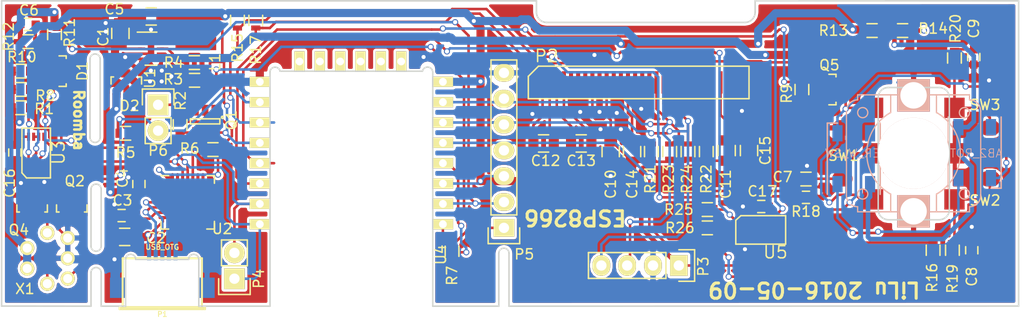
<source format=kicad_pcb>
(kicad_pcb (version 20171130) (host pcbnew "(5.1.12)-1")
  (layers (0 F.Cu signal) (31 B.Cu signal) (34 B.Paste user) (35 F.Paste user) (36 B.SilkS user) (37 F.SilkS user) (38 B.Mask user) (39 F.Mask user) (44 Edge.Cuts user))
  (net 0 "")
  (net 1 +3V3)
  (net 2 +12V)
  (net 3 "Net-(L1-Pad1)")
  (net 4 "Net-(C12-Pad1)")
  (net 5 "Net-(C12-Pad2)")
  (net 6 "Net-(C13-Pad1)")
  (net 7 "Net-(C13-Pad2)")
  (net 8 "Net-(C15-Pad1)")
  (net 9 /RXD)
  (net 10 "Net-(D1-Pad2)")
  (net 11 GNDPWR)
  (net 12 /LED)
  (net 13 "Net-(LED1-Pad2)")
  (net 14 "Net-(LED1-Pad1)")
  (net 15 /Roomba_Wake)
  (net 16 "Net-(Q2-Pad3)")
  (net 17 "Net-(Q4-Pad1)")
  (net 18 "Net-(Q4-Pad3)")
  (net 19 /PowerOn)
  (net 20 "Net-(R1-Pad1)")
  (net 21 /RTS)
  (net 22 "Net-(R3-Pad2)")
  (net 23 "Net-(R4-Pad2)")
  (net 24 /DTR)
  (net 25 "Net-(R7-Pad1)")
  (net 26 /RST)
  (net 27 /TXD)
  (net 28 /ADC)
  (net 29 /Switch)
  (net 30 /Enc_B)
  (net 31 /Enc_A)
  (net 32 "Net-(R18-Pad1)")
  (net 33 "Net-(R19-Pad1)")
  (net 34 "Net-(R20-Pad1)")
  (net 35 "Net-(C10-Pad2)")
  (net 36 "Net-(P2-Pad26)")
  (net 37 /SCL)
  (net 38 /SDA)
  (net 39 "Net-(C11-Pad1)")
  (net 40 "Net-(P1-Pad2)")
  (net 41 "Net-(P1-Pad3)")
  (net 42 "Net-(U3-Pad6)")
  (net 43 "Net-(C4-Pad1)")
  (net 44 "Net-(Q1-Pad2)")
  (net 45 "Net-(Q1-Pad5)")
  (net 46 "Net-(LED1-Pad4)")
  (net 47 "Net-(R26-Pad2)")
  (net 48 GND)
  (net 49 /5V)
  (net 50 "Net-(U5-Pad6)")
  (module Resistors_SMD:R_0603 (layer F.Cu) (at 93.19 132.02 180)
    (fp_text reference R5 (at 0 -1.9 180) (layer F.SilkS))
    (fp_text value 100k)
    (pad 1 smd rect (at -0.75 0 180) (size 0.5 0.9) (layers F.Cu F.Paste F.Mask) (net 48 GND))
    (pad 2 smd rect (at 0.75 0 180) (size 0.5 0.9) (layers F.Cu F.Paste F.Mask) (net 15 /Roomba_Wake))
  )
  (module Resistors_SMD:R_0603 (layer F.Cu) (at 82.9 129.51 180)
    (fp_text reference R1 (at -2.29 -0.11 180) (layer F.SilkS))
    (fp_text value 1M)
    (pad 1 smd rect (at -0.75 0 180) (size 0.5 0.9) (layers F.Cu F.Paste F.Mask) (net 20 "Net-(R1-Pad1)"))
    (pad 2 smd rect (at 0.75 0 180) (size 0.5 0.9) (layers F.Cu F.Paste F.Mask) (net 1 +3V3))
  )
  (module Resistors_SMD:R_0603 (layer F.Cu) (at 98.55 131.18 90)
    (fp_text reference R2 (at 2.36 0.04 90) (layer F.SilkS))
    (fp_text value 10k)
    (pad 1 smd rect (at -0.75 0 90) (size 0.5 0.9) (layers F.Cu F.Paste F.Mask) (net 21 /RTS))
    (pad 2 smd rect (at 0.75 0 90) (size 0.5 0.9) (layers F.Cu F.Paste F.Mask) (net 44 "Net-(Q1-Pad2)"))
  )
  (module Housings_DFN_QFN:DFN-10-1EP_2x3mm_Pitch0.5mm (layer F.Cu) (at 95.69 123.7)
    (fp_text reference U1 (at -0.1 2.92 90) (layer F.SilkS))
    (fp_text value TPS62177)
    (pad 1 smd rect (at -0.925 -1) (size 0.7 0.25) (layers F.Cu F.Paste F.Mask) (net 48 GND))
    (pad 2 smd rect (at -0.925 -0.5) (size 0.7 0.25) (layers F.Cu F.Paste F.Mask) (net 2 +12V))
    (pad 3 smd rect (at -0.925 0) (size 0.7 0.25) (layers F.Cu F.Paste F.Mask) (net 2 +12V))
    (pad 4 smd rect (at -0.925 0.5) (size 0.7 0.25) (layers F.Cu F.Paste F.Mask) (net 48 GND))
    (pad 5 smd rect (at -0.925 1) (size 0.7 0.25) (layers F.Cu F.Paste F.Mask) (net 48 GND))
    (pad 6 smd rect (at 0.925 1) (size 0.7 0.25) (layers F.Cu F.Paste F.Mask) (net 48 GND))
    (pad 7 smd rect (at 0.925 0.5) (size 0.7 0.25) (layers F.Cu F.Paste F.Mask) (net 22 "Net-(R3-Pad2)"))
    (pad 8 smd rect (at 0.925 0) (size 0.7 0.25) (layers F.Cu F.Paste F.Mask) (net 23 "Net-(R4-Pad2)"))
    (pad 9 smd rect (at 0.925 -0.5) (size 0.7 0.25) (layers F.Cu F.Paste F.Mask) (net 3 "Net-(L1-Pad1)"))
    (pad 10 smd rect (at 0.925 -1) (size 0.7 0.25) (layers F.Cu F.Paste F.Mask) (net 1 +3V3))
    (pad 11 smd rect (at 0 0.6) (size 0.64 1.2) (layers F.Cu F.Paste F.Mask) (net 48 GND))
    (pad 11 smd rect (at 0 -0.6) (size 0.64 1.2) (layers F.Cu F.Paste F.Mask) (net 48 GND))
  )
  (module TO_SOT_Packages_SMD:SOT-23 (layer F.Cu) (at 86.7 125.91 270)
    (fp_text reference D1 (at 0 -2.25 270) (layer F.SilkS))
    (fp_text value D_Schottky_x2_ACom_AKK)
    (pad 1 smd rect (at -0.95 1.00076 270) (size 0.8001 0.8001) (layers F.Cu F.Paste F.Mask) (net 9 /RXD))
    (pad 2 smd rect (at 0.95 1.00076 270) (size 0.8001 0.8001) (layers F.Cu F.Paste F.Mask) (net 10 "Net-(D1-Pad2)"))
    (pad 3 smd rect (at 0 -0.99822 270) (size 0.8001 0.8001) (layers F.Cu F.Paste F.Mask))
  )
  (module LEDs:LED_WS2812B-PLCC4 (layer B.Cu) (at 164.79 134.52 90)
    (fp_text reference LED1 (at 0 3.5 90) (layer B.SilkS) (effects (justify mirror)))
    (fp_text value WS2812B)
    (pad 3 smd rect (at 2.5 -1.6 90) (size 1.6 1) (layers B.Cu B.Paste B.Mask) (net 11 GNDPWR))
    (pad 4 smd rect (at 2.5 1.6 90) (size 1.6 1) (layers B.Cu B.Paste B.Mask) (net 46 "Net-(LED1-Pad4)"))
    (pad 2 smd rect (at -2.5 -1.6 90) (size 1.6 1) (layers B.Cu B.Paste B.Mask) (net 13 "Net-(LED1-Pad2)"))
    (pad 1 smd rect (at -2.5 1.6 90) (size 1.6 1) (layers B.Cu B.Paste B.Mask) (net 14 "Net-(LED1-Pad1)"))
  )
  (module LEDs:LED_WS2812B-PLCC4 (layer B.Cu) (at 176.68 133.92 270)
    (fp_text reference LED2 (at 0 3.5 270) (layer B.SilkS) (effects (justify mirror)))
    (fp_text value WS2812B)
    (pad 3 smd rect (at 2.5 -1.6 270) (size 1.6 1) (layers B.Cu B.Paste B.Mask) (net 11 GNDPWR))
    (pad 4 smd rect (at 2.5 1.6 270) (size 1.6 1) (layers B.Cu B.Paste B.Mask) (net 13 "Net-(LED1-Pad2)"))
    (pad 2 smd rect (at -2.5 -1.6 270) (size 1.6 1) (layers B.Cu B.Paste B.Mask))
    (pad 1 smd rect (at -2.5 1.6 270) (size 1.6 1) (layers B.Cu B.Paste B.Mask) (net 14 "Net-(LED1-Pad1)"))
  )
  (module TO_SOT_Packages_SMD:SOT-23 (layer F.Cu) (at 87.9 139.11 180)
    (fp_text reference Q2 (at -0.29 2.39 180) (layer F.SilkS))
    (fp_text value 2N7002)
    (pad 1 smd rect (at -0.95 1.00076 180) (size 0.8001 0.8001) (layers F.Cu F.Paste F.Mask) (net 15 /Roomba_Wake))
    (pad 2 smd rect (at 0.95 1.00076 180) (size 0.8001 0.8001) (layers F.Cu F.Paste F.Mask) (net 48 GND))
    (pad 3 smd rect (at 0 -0.99822 180) (size 0.8001 0.8001) (layers F.Cu F.Paste F.Mask) (net 16 "Net-(Q2-Pad3)"))
  )
  (module TO_SOT_Packages_SMD:SOT-23 (layer F.Cu) (at 84 139.11 180)
    (fp_text reference Q4 (at 1.31 -2.41 180) (layer F.SilkS))
    (fp_text value 2N7002)
    (pad 1 smd rect (at -0.95 1.00076 180) (size 0.8001 0.8001) (layers F.Cu F.Paste F.Mask) (net 17 "Net-(Q4-Pad1)"))
    (pad 2 smd rect (at 0.95 1.00076 180) (size 0.8001 0.8001) (layers F.Cu F.Paste F.Mask) (net 48 GND))
    (pad 3 smd rect (at 0 -0.99822 180) (size 0.8001 0.8001) (layers F.Cu F.Paste F.Mask) (net 18 "Net-(Q4-Pad3)"))
  )
  (module TO_SOT_Packages_SMD:SOT-23 (layer F.Cu) (at 162.39178 127.72 270)
    (fp_text reference Q5 (at -2.4 0.00178) (layer F.SilkS))
    (fp_text value 2N7002)
    (pad 1 smd rect (at -0.95 1.00076 270) (size 0.8001 0.8001) (layers F.Cu F.Paste F.Mask) (net 19 /PowerOn))
    (pad 2 smd rect (at 0.95 1.00076 270) (size 0.8001 0.8001) (layers F.Cu F.Paste F.Mask) (net 48 GND))
    (pad 3 smd rect (at 0 -0.99822 270) (size 0.8001 0.8001) (layers F.Cu F.Paste F.Mask) (net 11 GNDPWR))
  )
  (module Resistors_SMD:R_0603 (layer F.Cu) (at 99.97 126.81 180)
    (fp_text reference R3 (at 2.09 0.1 180) (layer F.SilkS))
    (fp_text value 100k)
    (pad 1 smd rect (at -0.75 0 180) (size 0.5 0.9) (layers F.Cu F.Paste F.Mask) (net 1 +3V3))
    (pad 2 smd rect (at 0.75 0 180) (size 0.5 0.9) (layers F.Cu F.Paste F.Mask) (net 22 "Net-(R3-Pad2)"))
  )
  (module Resistors_SMD:R_0603 (layer F.Cu) (at 99.95 125.07 180)
    (fp_text reference R4 (at 2.03 0 180) (layer F.SilkS))
    (fp_text value 100k)
    (pad 1 smd rect (at -0.75 0 180) (size 0.5 0.9) (layers F.Cu F.Paste F.Mask) (net 1 +3V3))
    (pad 2 smd rect (at 0.75 0 180) (size 0.5 0.9) (layers F.Cu F.Paste F.Mask) (net 23 "Net-(R4-Pad2)"))
  )
  (module Resistors_SMD:R_0603 (layer F.Cu) (at 101.78 133.62 180)
    (fp_text reference R6 (at 2.29 0.1 180) (layer F.SilkS))
    (fp_text value 10k)
    (pad 1 smd rect (at -0.75 0 180) (size 0.5 0.9) (layers F.Cu F.Paste F.Mask) (net 24 /DTR))
    (pad 2 smd rect (at 0.75 0 180) (size 0.5 0.9) (layers F.Cu F.Paste F.Mask) (net 45 "Net-(Q1-Pad5)"))
  )
  (module Resistors_SMD:R_0603 (layer F.Cu) (at 125.29 143.62 90)
    (fp_text reference R7 (at -2.4 0 90) (layer F.SilkS))
    (fp_text value 10k)
    (pad 1 smd rect (at -0.75 0 90) (size 0.5 0.9) (layers F.Cu F.Paste F.Mask) (net 25 "Net-(R7-Pad1)"))
    (pad 2 smd rect (at 0.75 0 90) (size 0.5 0.9) (layers F.Cu F.Paste F.Mask) (net 26 /RST))
  )
  (module Resistors_SMD:R_0603 (layer F.Cu) (at 82.9 127.71)
    (fp_text reference R8 (at 2.39 0.61) (layer F.SilkS))
    (fp_text value 100k)
    (pad 1 smd rect (at -0.75 0) (size 0.5 0.9) (layers F.Cu F.Paste F.Mask) (net 1 +3V3))
    (pad 2 smd rect (at 0.75 0) (size 0.5 0.9) (layers F.Cu F.Paste F.Mask) (net 27 /TXD))
  )
  (module Resistors_SMD:R_0603 (layer F.Cu) (at 159.69 127.72 90)
    (fp_text reference R9 (at -0.4 -1.5 90) (layer F.SilkS))
    (fp_text value 100k)
    (pad 1 smd rect (at -0.75 0 90) (size 0.5 0.9) (layers F.Cu F.Paste F.Mask) (net 48 GND))
    (pad 2 smd rect (at 0.75 0 90) (size 0.5 0.9) (layers F.Cu F.Paste F.Mask) (net 19 /PowerOn))
  )
  (module Resistors_SMD:R_0603 (layer F.Cu) (at 82.9 125.91)
    (fp_text reference R10 (at 0.09 -1.39) (layer F.SilkS))
    (fp_text value 100k)
    (pad 1 smd rect (at -0.75 0) (size 0.5 0.9) (layers F.Cu F.Paste F.Mask) (net 1 +3V3))
    (pad 2 smd rect (at 0.75 0) (size 0.5 0.9) (layers F.Cu F.Paste F.Mask) (net 9 /RXD))
  )
  (module Resistors_SMD:R_0603 (layer F.Cu) (at 86.2 122.31 270)
    (fp_text reference R11 (at -0.19 -1.49 270) (layer F.SilkS))
    (fp_text value 100k)
    (pad 1 smd rect (at -0.75 0 270) (size 0.5 0.9) (layers F.Cu F.Paste F.Mask) (net 2 +12V))
    (pad 2 smd rect (at 0.75 0 270) (size 0.5 0.9) (layers F.Cu F.Paste F.Mask) (net 28 /ADC))
  )
  (module Resistors_SMD:R_0603 (layer F.Cu) (at 83.6 123.01 180)
    (fp_text reference R12 (at 1.91 0.49 270) (layer F.SilkS))
    (fp_text value 100k)
    (pad 1 smd rect (at -0.75 0 180) (size 0.5 0.9) (layers F.Cu F.Paste F.Mask) (net 28 /ADC))
    (pad 2 smd rect (at 0.75 0 180) (size 0.5 0.9) (layers F.Cu F.Paste F.Mask) (net 48 GND))
  )
  (module Resistors_SMD:R_0603 (layer F.Cu) (at 166.59 121.92 180)
    (fp_text reference R13 (at 3.8 0 180) (layer F.SilkS))
    (fp_text value 0R)
    (pad 1 smd rect (at -0.75 0 180) (size 0.5 0.9) (layers F.Cu F.Paste F.Mask) (net 14 "Net-(LED1-Pad1)"))
    (pad 2 smd rect (at 0.75 0 180) (size 0.5 0.9) (layers F.Cu F.Paste F.Mask) (net 49 /5V))
  )
  (module Resistors_SMD:R_0603 (layer F.Cu) (at 169.59 121.92 180)
    (fp_text reference R14 (at -3 0.2 180) (layer F.SilkS))
    (fp_text value 0R)
    (pad 1 smd rect (at -0.75 0 180) (size 0.5 0.9) (layers F.Cu F.Paste F.Mask) (net 1 +3V3))
    (pad 2 smd rect (at 0.75 0 180) (size 0.5 0.9) (layers F.Cu F.Paste F.Mask) (net 14 "Net-(LED1-Pad1)"))
  )
  (module Resistors_SMD:R_0603 (layer F.Cu) (at 104.19 120.92 90)
    (fp_text reference R15 (at -2.7 0 90) (layer F.SilkS))
    (fp_text value 10k)
    (pad 1 smd rect (at -0.75 0 90) (size 0.5 0.9) (layers F.Cu F.Paste F.Mask) (net 29 /Switch))
    (pad 2 smd rect (at 0.75 0 90) (size 0.5 0.9) (layers F.Cu F.Paste F.Mask) (net 1 +3V3))
  )
  (module Resistors_SMD:R_0603 (layer F.Cu) (at 172.59 143.52 90)
    (fp_text reference R16 (at -2.7 -0.1 90) (layer F.SilkS))
    (fp_text value 10k)
    (pad 1 smd rect (at -0.75 0 90) (size 0.5 0.9) (layers F.Cu F.Paste F.Mask) (net 30 /Enc_B))
    (pad 2 smd rect (at 0.75 0 90) (size 0.5 0.9) (layers F.Cu F.Paste F.Mask) (net 1 +3V3))
  )
  (module Resistors_SMD:R_0603 (layer F.Cu) (at 105.99 120.92 90)
    (fp_text reference R17 (at -2.9 0 90) (layer F.SilkS))
    (fp_text value 10k)
    (pad 1 smd rect (at -0.75 0 90) (size 0.5 0.9) (layers F.Cu F.Paste F.Mask) (net 31 /Enc_A))
    (pad 2 smd rect (at 0.75 0 90) (size 0.5 0.9) (layers F.Cu F.Paste F.Mask) (net 1 +3V3))
  )
  (module Resistors_SMD:R_0603 (layer F.Cu) (at 160.09 136.52 180)
    (fp_text reference R18 (at 0 -3.2 180) (layer F.SilkS))
    (fp_text value 1k)
    (pad 1 smd rect (at -0.75 0 180) (size 0.5 0.9) (layers F.Cu F.Paste F.Mask) (net 32 "Net-(R18-Pad1)"))
    (pad 2 smd rect (at 0.75 0 180) (size 0.5 0.9) (layers F.Cu F.Paste F.Mask) (net 29 /Switch))
  )
  (module Resistors_SMD:R_0603 (layer F.Cu) (at 174.49 143.52 270)
    (fp_text reference R19 (at 2.8 0 270) (layer F.SilkS))
    (fp_text value 1k)
    (pad 1 smd rect (at -0.75 0 270) (size 0.5 0.9) (layers F.Cu F.Paste F.Mask) (net 33 "Net-(R19-Pad1)"))
    (pad 2 smd rect (at 0.75 0 270) (size 0.5 0.9) (layers F.Cu F.Paste F.Mask) (net 30 /Enc_B))
  )
  (module Resistors_SMD:R_0603 (layer F.Cu) (at 174.69 124.62 90)
    (fp_text reference R20 (at 2.9 0.1 90) (layer F.SilkS))
    (fp_text value 1k)
    (pad 1 smd rect (at -0.75 0 90) (size 0.5 0.9) (layers F.Cu F.Paste F.Mask) (net 34 "Net-(R20-Pad1)"))
    (pad 2 smd rect (at 0.75 0 90) (size 0.5 0.9) (layers F.Cu F.Paste F.Mask) (net 31 /Enc_A))
  )
  (module Resistors_SMD:R_0603 (layer F.Cu) (at 144.89 133.82 270)
    (fp_text reference R21 (at 2.7 0.1 270) (layer F.SilkS))
    (fp_text value 10k)
    (pad 1 smd rect (at -0.75 0 270) (size 0.5 0.9) (layers F.Cu F.Paste F.Mask) (net 35 "Net-(C10-Pad2)"))
    (pad 2 smd rect (at 0.75 0 270) (size 0.5 0.9) (layers F.Cu F.Paste F.Mask) (net 1 +3V3))
  )
  (module Resistors_SMD:R_0603 (layer F.Cu) (at 150.29 133.82 270)
    (fp_text reference R22 (at 2.7 0 270) (layer F.SilkS))
    (fp_text value 390k)
    (pad 1 smd rect (at -0.75 0 270) (size 0.5 0.9) (layers F.Cu F.Paste F.Mask) (net 36 "Net-(P2-Pad26)"))
    (pad 2 smd rect (at 0.75 0 270) (size 0.5 0.9) (layers F.Cu F.Paste F.Mask) (net 48 GND))
  )
  (module Resistors_SMD:R_0603 (layer F.Cu) (at 146.69 133.82 270)
    (fp_text reference R23 (at 2.7 0.1 270) (layer F.SilkS))
    (fp_text value 10k)
    (pad 1 smd rect (at -0.75 0 270) (size 0.5 0.9) (layers F.Cu F.Paste F.Mask) (net 37 /SCL))
    (pad 2 smd rect (at 0.75 0 270) (size 0.5 0.9) (layers F.Cu F.Paste F.Mask) (net 1 +3V3))
  )
  (module Resistors_SMD:R_0603 (layer F.Cu) (at 148.49 133.82 270)
    (fp_text reference R24 (at 2.7 0.1 270) (layer F.SilkS))
    (fp_text value 10k)
    (pad 1 smd rect (at -0.75 0 270) (size 0.5 0.9) (layers F.Cu F.Paste F.Mask) (net 38 /SDA))
    (pad 2 smd rect (at 0.75 0 270) (size 0.5 0.9) (layers F.Cu F.Paste F.Mask) (net 1 +3V3))
  )
  (module library:UG_62864 (layer F.Cu) (at 143.64 127.02)
    (fp_text reference P2 (at -9.05 -2.6) (layer F.SilkS) (effects (font (size 1.2 1.2))))
    (fp_text value UG_62864)
    (pad 1 smd rect (at -10.15 0) (size 0.4 2.2) (layers F.Cu F.Paste F.Mask) (net 48 GND))
    (pad 2 smd rect (at -9.45 0) (size 0.4 2.2) (layers F.Cu F.Paste F.Mask) (net 4 "Net-(C12-Pad1)"))
    (pad 3 smd rect (at -8.75 0) (size 0.4 2.2) (layers F.Cu F.Paste F.Mask) (net 5 "Net-(C12-Pad2)"))
    (pad 4 smd rect (at -8.05 0) (size 0.4 2.2) (layers F.Cu F.Paste F.Mask) (net 6 "Net-(C13-Pad1)"))
    (pad 5 smd rect (at -7.35 0) (size 0.4 2.2) (layers F.Cu F.Paste F.Mask) (net 7 "Net-(C13-Pad2)"))
    (pad 6 smd rect (at -6.65 0) (size 0.4 2.2) (layers F.Cu F.Paste F.Mask) (net 48 GND))
    (pad 7 smd rect (at -5.95 0) (size 0.4 2.2) (layers F.Cu F.Paste F.Mask))
    (pad 8 smd rect (at -5.25 0) (size 0.4 2.2) (layers F.Cu F.Paste F.Mask) (net 48 GND))
    (pad 9 smd rect (at -4.55 0) (size 0.4 2.2) (layers F.Cu F.Paste F.Mask) (net 1 +3V3))
    (pad 10 smd rect (at -3.85 0) (size 0.4 2.2) (layers F.Cu F.Paste F.Mask) (net 48 GND))
    (pad 11 smd rect (at -3.15 0) (size 0.4 2.2) (layers F.Cu F.Paste F.Mask) (net 1 +3V3))
    (pad 12 smd rect (at -2.45 0) (size 0.4 2.2) (layers F.Cu F.Paste F.Mask) (net 48 GND))
    (pad 13 smd rect (at -1.75 0) (size 0.4 2.2) (layers F.Cu F.Paste F.Mask) (net 48 GND))
    (pad 14 smd rect (at -1.05 0) (size 0.4 2.2) (layers F.Cu F.Paste F.Mask) (net 35 "Net-(C10-Pad2)"))
    (pad 15 smd rect (at -0.35 0) (size 0.4 2.2) (layers F.Cu F.Paste F.Mask) (net 48 GND))
    (pad 16 smd rect (at 0.35 0) (size 0.4 2.2) (layers F.Cu F.Paste F.Mask) (net 48 GND))
    (pad 17 smd rect (at 1.05 0) (size 0.4 2.2) (layers F.Cu F.Paste F.Mask) (net 48 GND))
    (pad 18 smd rect (at 1.75 0) (size 0.4 2.2) (layers F.Cu F.Paste F.Mask) (net 37 /SCL))
    (pad 19 smd rect (at 2.45 0) (size 0.4 2.2) (layers F.Cu F.Paste F.Mask) (net 38 /SDA))
    (pad 20 smd rect (at 3.15 0) (size 0.4 2.2) (layers F.Cu F.Paste F.Mask) (net 38 /SDA))
    (pad 21 smd rect (at 3.85 0) (size 0.4 2.2) (layers F.Cu F.Paste F.Mask))
    (pad 22 smd rect (at 4.55 0) (size 0.4 2.2) (layers F.Cu F.Paste F.Mask))
    (pad 23 smd rect (at 5.25 0) (size 0.4 2.2) (layers F.Cu F.Paste F.Mask))
    (pad 24 smd rect (at 5.95 0) (size 0.4 2.2) (layers F.Cu F.Paste F.Mask))
    (pad 25 smd rect (at 6.65 0) (size 0.4 2.2) (layers F.Cu F.Paste F.Mask))
    (pad 26 smd rect (at 7.35 0) (size 0.4 2.2) (layers F.Cu F.Paste F.Mask) (net 36 "Net-(P2-Pad26)"))
    (pad 27 smd rect (at 8.05 0) (size 0.4 2.2) (layers F.Cu F.Paste F.Mask) (net 39 "Net-(C11-Pad1)"))
    (pad 28 smd rect (at 8.75 0) (size 0.4 2.2) (layers F.Cu F.Paste F.Mask) (net 8 "Net-(C15-Pad1)"))
    (pad 29 smd rect (at 9.45 0) (size 0.4 2.2) (layers F.Cu F.Paste F.Mask) (net 48 GND))
    (pad 30 smd rect (at 10.15 0) (size 0.4 2.2) (layers F.Cu F.Paste F.Mask) (net 48 GND))
  )
  (module library:ROT_ENC_backside (layer B.Cu) (at 170.67 133.99 270)
    (fp_text reference ROT_ENC1 hide)
    (fp_text value AB2_ROTARY_ENCODER_W_SW (at 0 0 180) (layer B.SilkS) (effects (font (size 0.8128 0.8128) (thickness 0.0762)) (justify mirror)))
    (pad 1 smd oval (at -2.5 -7.5 270) (size 1.524 2) (layers F.Cu F.Paste F.Mask) (net 34 "Net-(R20-Pad1)"))
    (pad 2 smd oval (at 0 -7.5 270) (size 1.524 2) (layers F.Cu F.Paste F.Mask) (net 11 GNDPWR))
    (pad 3 smd oval (at 2.5 -7.5 270) (size 1.524 2) (layers F.Cu F.Paste F.Mask) (net 33 "Net-(R19-Pad1)"))
    (pad 4 smd oval (at 2.5 7 270) (size 1.524 2) (layers F.Cu F.Paste F.Mask) (net 32 "Net-(R18-Pad1)"))
    (pad 6 smd oval (at -2.5 7 270) (size 1.524 2) (layers F.Cu F.Paste F.Mask) (net 48 GND))
    (pad 7 thru_hole rect (at -5.7 0 270) (size 3.2 3.2) (drill 2.6) (layers *.Cu *.Mask B.SilkS) (net 48 GND))
    (pad 7 thru_hole rect (at 5.7 0 270) (size 3.2 3.2) (drill 2.6) (layers *.Cu *.Mask B.SilkS) (net 48 GND))
    (pad "" np_thru_hole circle (at 0 0 270) (size 7 7) (drill 7) (layers *.Cu *.Mask B.SilkS))
  )
  (module library:switch3x6_smd (layer F.Cu) (at 170.67 133.99)
    (fp_text reference SW1 (at -6.88 0.23) (layer F.SilkS))
    (fp_text value SW_PUSH)
    (pad 2 smd rect (at 4 0) (size 2 2) (layers F.Cu F.Paste F.Mask) (net 48 GND))
    (pad 1 smd rect (at -4 0) (size 2 2) (layers F.Cu F.Paste F.Mask) (net 32 "Net-(R18-Pad1)"))
  )
  (module library:switch3x6_smd (layer F.Cu) (at 170.69 138.52 180)
    (fp_text reference SW2 (at -7 -0.1 180) (layer F.SilkS))
    (fp_text value SW_PUSH)
    (pad 2 smd rect (at 4 0 180) (size 2 2) (layers F.Cu F.Paste F.Mask) (net 11 GNDPWR))
    (pad 1 smd rect (at -4 0 180) (size 2 2) (layers F.Cu F.Paste F.Mask) (net 33 "Net-(R19-Pad1)"))
  )
  (module library:switch3x6_smd (layer F.Cu) (at 170.69 129.52 180)
    (fp_text reference SW3 (at -7 0.3 180) (layer F.SilkS))
    (fp_text value SW_PUSH)
    (pad 2 smd rect (at 4 0 180) (size 2 2) (layers F.Cu F.Paste F.Mask) (net 11 GNDPWR))
    (pad 1 smd rect (at -4 0 180) (size 2 2) (layers F.Cu F.Paste F.Mask) (net 34 "Net-(R20-Pad1)"))
  )
  (module library:MiniDin-7 (layer F.Cu) (at 85.9 144.31 270)
    (fp_text reference X1 (at 3.01 2.61) (layer F.SilkS))
    (fp_text value MINI_DIN_7)
    (pad 6 thru_hole oval (at 0 -1.6002 270) (size 1.4 1.4) (drill oval 0.9) (layers *.Cu *.Mask F.SilkS) (net 48 GND))
    (pad 5 thru_hole oval (at 1.9939 -1.6002 270) (size 1.4 1.4) (drill oval 0.9) (layers *.Cu *.Mask F.SilkS) (net 16 "Net-(Q2-Pad3)"))
    (pad 7 thru_hole oval (at -1.9939 -1.6002 270) (size 1.4 1.4) (drill oval 0.9) (layers *.Cu *.Mask F.SilkS) (net 48 GND))
    (pad 1 thru_hole oval (at 1.0033 2.3876 270) (size 1.4 1.4) (drill oval 0.9) (layers *.Cu *.Mask F.SilkS) (net 2 +12V))
    (pad 2 thru_hole oval (at -1.0033 2.3876 270) (size 1.4 1.4) (drill oval 0.9) (layers *.Cu *.Mask F.SilkS) (net 2 +12V))
    (pad 3 thru_hole oval (at 2.5019 0.4064 270) (size 1.4 1.4) (drill oval 0.9) (layers *.Cu *.Mask F.SilkS) (net 18 "Net-(Q4-Pad3)"))
    (pad 4 thru_hole oval (at -2.5019 0.4064 270) (size 1.4 1.4) (drill oval 0.9) (layers *.Cu *.Mask F.SilkS) (net 20 "Net-(R1-Pad1)"))
  )
  (module library:VLS4012ET-100M (layer F.Cu) (at 100.1 121.85 90)
    (fp_text reference L1 (at -3.17 1.89 -90) (layer F.SilkS))
    (fp_text value VLS4012ET-100M)
    (pad 2 smd rect (at 1.35 0 180) (size 4 1.3) (layers F.Cu F.Paste F.Mask) (net 1 +3V3))
    (pad 1 smd rect (at -1.35 0 180) (size 4 1.3) (layers F.Cu F.Paste F.Mask) (net 3 "Net-(L1-Pad1)"))
  )
  (module library:VSSOP-8 (layer F.Cu) (at 84.4 133.91)
    (fp_text reference U3 (at 2.19 0.01 90) (layer F.SilkS) (effects (font (size 1.2 1.2))))
    (fp_text value 74LVC3G14)
    (pad 8 smd rect (at -0.75 -1.55) (size 0.3 0.8) (layers F.Cu F.Paste F.Mask) (net 1 +3V3))
    (pad 1 smd rect (at -0.75 1.55) (size 0.3 0.8) (layers F.Cu F.Paste F.Mask) (net 20 "Net-(R1-Pad1)"))
    (pad 7 smd rect (at -0.25 -1.55) (size 0.3 0.8) (layers F.Cu F.Paste F.Mask) (net 42 "Net-(U3-Pad6)"))
    (pad 2 smd rect (at -0.25 1.55) (size 0.3 0.8) (layers F.Cu F.Paste F.Mask) (net 10 "Net-(D1-Pad2)"))
    (pad 6 smd rect (at 0.25 -1.55) (size 0.3 0.8) (layers F.Cu F.Paste F.Mask) (net 42 "Net-(U3-Pad6)"))
    (pad 3 smd rect (at 0.25 1.55) (size 0.3 0.8) (layers F.Cu F.Paste F.Mask) (net 27 /TXD))
    (pad 5 smd rect (at 0.75 -1.55) (size 0.3 0.8) (layers F.Cu F.Paste F.Mask) (net 17 "Net-(Q4-Pad1)"))
    (pad 4 smd rect (at 0.75 1.55) (size 0.3 0.8) (layers F.Cu F.Paste F.Mask) (net 48 GND))
  )
  (module Capacitors_SMD:C_0805 (layer F.Cu) (at 92.68 122.2 90)
    (fp_text reference C1 (at -0.32 -1.69 90) (layer F.SilkS))
    (fp_text value 2u2)
    (pad 1 smd rect (at -1 0 90) (size 1 1.25) (layers F.Cu F.Paste F.Mask) (net 2 +12V))
    (pad 2 smd rect (at 1 0 90) (size 1 1.25) (layers F.Cu F.Paste F.Mask) (net 48 GND))
  )
  (module Capacitors_SMD:C_0805 (layer F.Cu) (at 93.1 142.21 180)
    (fp_text reference C2 (at -3.09 -0.11 180) (layer F.SilkS))
    (fp_text value 1u)
    (pad 1 smd rect (at -1 0 180) (size 1 1.25) (layers F.Cu F.Paste F.Mask) (net 49 /5V))
    (pad 2 smd rect (at 1 0 180) (size 1 1.25) (layers F.Cu F.Paste F.Mask) (net 48 GND))
  )
  (module Capacitors_SMD:C_0603 (layer F.Cu) (at 92.8 140.11 180)
    (fp_text reference C3 (at -0.09 1.49 180) (layer F.SilkS))
    (fp_text value 100n)
    (pad 1 smd rect (at -0.75 0 180) (size 0.8 0.75) (layers F.Cu F.Paste F.Mask) (net 49 /5V))
    (pad 2 smd rect (at 0.75 0 180) (size 0.8 0.75) (layers F.Cu F.Paste F.Mask) (net 48 GND))
  )
  (module Capacitors_SMD:C_0603 (layer F.Cu) (at 94.5 137.01 90)
    (fp_text reference C4 (at 0.59 -1.61 90) (layer F.SilkS))
    (fp_text value 100n)
    (pad 1 smd rect (at -0.75 0 90) (size 0.8 0.75) (layers F.Cu F.Paste F.Mask) (net 43 "Net-(C4-Pad1)"))
    (pad 2 smd rect (at 0.75 0 90) (size 0.8 0.75) (layers F.Cu F.Paste F.Mask) (net 48 GND))
  )
  (module Capacitors_SMD:C_0805 (layer F.Cu) (at 95.71 120.53 180)
    (fp_text reference C5 (at 3.62 0.71 180) (layer F.SilkS))
    (fp_text value 22u)
    (pad 1 smd rect (at -1 0 180) (size 1 1.25) (layers F.Cu F.Paste F.Mask) (net 1 +3V3))
    (pad 2 smd rect (at 1 0 180) (size 1 1.25) (layers F.Cu F.Paste F.Mask) (net 48 GND))
  )
  (module Capacitors_SMD:C_0603 (layer F.Cu) (at 83.6 121.31 180)
    (fp_text reference C6 (at -0.09 1.39 180) (layer F.SilkS))
    (fp_text value 100n)
    (pad 1 smd rect (at -0.75 0 180) (size 0.8 0.75) (layers F.Cu F.Paste F.Mask) (net 28 /ADC))
    (pad 2 smd rect (at 0.75 0 180) (size 0.8 0.75) (layers F.Cu F.Paste F.Mask) (net 48 GND))
  )
  (module Capacitors_SMD:C_0603 (layer F.Cu) (at 160.09 138.32)
    (fp_text reference C7 (at -2.3 -2) (layer F.SilkS))
    (fp_text value 100n)
    (pad 1 smd rect (at -0.75 0) (size 0.8 0.75) (layers F.Cu F.Paste F.Mask) (net 29 /Switch))
    (pad 2 smd rect (at 0.75 0) (size 0.8 0.75) (layers F.Cu F.Paste F.Mask) (net 48 GND))
  )
  (module Capacitors_SMD:C_0603 (layer F.Cu) (at 176.39 143.52 90)
    (fp_text reference C8 (at -2.6 0 90) (layer F.SilkS))
    (fp_text value 100n)
    (pad 1 smd rect (at -0.75 0 90) (size 0.8 0.75) (layers F.Cu F.Paste F.Mask) (net 30 /Enc_B))
    (pad 2 smd rect (at 0.75 0 90) (size 0.8 0.75) (layers F.Cu F.Paste F.Mask) (net 48 GND))
  )
  (module Capacitors_SMD:C_0603 (layer F.Cu) (at 176.59 124.52 270)
    (fp_text reference C9 (at -2.8 0 270) (layer F.SilkS))
    (fp_text value 100n)
    (pad 1 smd rect (at -0.75 0 270) (size 0.8 0.75) (layers F.Cu F.Paste F.Mask) (net 31 /Enc_A))
    (pad 2 smd rect (at 0.75 0 270) (size 0.8 0.75) (layers F.Cu F.Paste F.Mask) (net 48 GND))
  )
  (module Capacitors_SMD:C_0805 (layer F.Cu) (at 142.99 133.82 90)
    (fp_text reference C10 (at -3.2 -2.1 90) (layer F.SilkS))
    (fp_text value 1u)
    (pad 1 smd rect (at -1 0 90) (size 1 1.25) (layers F.Cu F.Paste F.Mask) (net 1 +3V3))
    (pad 2 smd rect (at 1 0 90) (size 1 1.25) (layers F.Cu F.Paste F.Mask) (net 35 "Net-(C10-Pad2)"))
  )
  (module Capacitors_SMD:C_0805 (layer F.Cu) (at 152.29 133.72 270)
    (fp_text reference C11 (at 3.3 0.1 270) (layer F.SilkS))
    (fp_text value 2u2)
    (pad 1 smd rect (at -1 0 270) (size 1 1.25) (layers F.Cu F.Paste F.Mask) (net 39 "Net-(C11-Pad1)"))
    (pad 2 smd rect (at 1 0 270) (size 1 1.25) (layers F.Cu F.Paste F.Mask) (net 48 GND))
  )
  (module Capacitors_SMD:C_0805 (layer F.Cu) (at 134.29 133.02)
    (fp_text reference C12 (at 0.2 1.7) (layer F.SilkS))
    (fp_text value 1u)
    (pad 1 smd rect (at -1 0) (size 1 1.25) (layers F.Cu F.Paste F.Mask) (net 4 "Net-(C12-Pad1)"))
    (pad 2 smd rect (at 1 0) (size 1 1.25) (layers F.Cu F.Paste F.Mask) (net 5 "Net-(C12-Pad2)"))
  )
  (module Capacitors_SMD:C_0805 (layer F.Cu) (at 137.99 133.02)
    (fp_text reference C13 (at 0 1.7) (layer F.SilkS))
    (fp_text value 1u)
    (pad 1 smd rect (at -1 0) (size 1 1.25) (layers F.Cu F.Paste F.Mask) (net 6 "Net-(C13-Pad1)"))
    (pad 2 smd rect (at 1 0) (size 1 1.25) (layers F.Cu F.Paste F.Mask) (net 7 "Net-(C13-Pad2)"))
  )
  (module Capacitors_SMD:C_0805 (layer F.Cu) (at 140.89 133.82 270)
    (fp_text reference C14 (at 3.2 -2.1 270) (layer F.SilkS))
    (fp_text value 2u2)
    (pad 1 smd rect (at -1 0 270) (size 1 1.25) (layers F.Cu F.Paste F.Mask) (net 1 +3V3))
    (pad 2 smd rect (at 1 0 270) (size 1 1.25) (layers F.Cu F.Paste F.Mask) (net 48 GND))
  )
  (module Capacitors_SMD:C_0805 (layer F.Cu) (at 154.49 133.72 270)
    (fp_text reference C15 (at 0 -1.6 270) (layer F.SilkS))
    (fp_text value 2u2)
    (pad 1 smd rect (at -1 0 270) (size 1 1.25) (layers F.Cu F.Paste F.Mask) (net 8 "Net-(C15-Pad1)"))
    (pad 2 smd rect (at 1 0 270) (size 1 1.25) (layers F.Cu F.Paste F.Mask) (net 48 GND))
  )
  (module library:QFN-28-1EP_5x5mm_Pitch0.5mm (layer F.Cu) (at 99.3 138.81)
    (fp_text reference U2 (at 3.39 2.61) (layer F.SilkS))
    (fp_text value CP2102)
    (pad 1 smd oval (at -2.45 -1.5) (size 0.85 0.3) (layers F.Cu F.Paste F.Mask))
    (pad 2 smd oval (at -2.45 -1) (size 0.85 0.3) (layers F.Cu F.Paste F.Mask))
    (pad 3 smd oval (at -2.45 -0.5) (size 0.85 0.3) (layers F.Cu F.Paste F.Mask) (net 48 GND))
    (pad 4 smd oval (at -2.45 0) (size 0.85 0.3) (layers F.Cu F.Paste F.Mask) (net 41 "Net-(P1-Pad3)"))
    (pad 5 smd oval (at -2.45 0.5) (size 0.85 0.3) (layers F.Cu F.Paste F.Mask) (net 40 "Net-(P1-Pad2)"))
    (pad 6 smd oval (at -2.45 1) (size 0.85 0.3) (layers F.Cu F.Paste F.Mask) (net 43 "Net-(C4-Pad1)"))
    (pad 7 smd oval (at -2.45 1.5) (size 0.85 0.3) (layers F.Cu F.Paste F.Mask) (net 49 /5V))
    (pad 8 smd oval (at -1.5 2.45 90) (size 0.85 0.3) (layers F.Cu F.Paste F.Mask) (net 49 /5V))
    (pad 9 smd oval (at -1 2.45 90) (size 0.85 0.3) (layers F.Cu F.Paste F.Mask))
    (pad 10 smd oval (at -0.5 2.45 90) (size 0.85 0.3) (layers F.Cu F.Paste F.Mask))
    (pad 11 smd oval (at 0 2.45 90) (size 0.85 0.3) (layers F.Cu F.Paste F.Mask))
    (pad 12 smd oval (at 0.5 2.45 90) (size 0.85 0.3) (layers F.Cu F.Paste F.Mask))
    (pad 13 smd oval (at 1 2.45 90) (size 0.85 0.3) (layers F.Cu F.Paste F.Mask))
    (pad 14 smd oval (at 1.5 2.45 90) (size 0.85 0.3) (layers F.Cu F.Paste F.Mask))
    (pad 15 smd oval (at 2.45 1.5) (size 0.85 0.3) (layers F.Cu F.Paste F.Mask))
    (pad 16 smd oval (at 2.45 1) (size 0.85 0.3) (layers F.Cu F.Paste F.Mask))
    (pad 17 smd oval (at 2.45 0.5) (size 0.85 0.3) (layers F.Cu F.Paste F.Mask))
    (pad 18 smd oval (at 2.45 0) (size 0.85 0.3) (layers F.Cu F.Paste F.Mask))
    (pad 19 smd oval (at 2.45 -0.5) (size 0.85 0.3) (layers F.Cu F.Paste F.Mask))
    (pad 20 smd oval (at 2.45 -1) (size 0.85 0.3) (layers F.Cu F.Paste F.Mask))
    (pad 21 smd oval (at 2.45 -1.5) (size 0.85 0.3) (layers F.Cu F.Paste F.Mask))
    (pad 22 smd oval (at 1.5 -2.45 90) (size 0.85 0.3) (layers F.Cu F.Paste F.Mask))
    (pad 23 smd oval (at 1 -2.45 90) (size 0.85 0.3) (layers F.Cu F.Paste F.Mask))
    (pad 24 smd oval (at 0.5 -2.45 90) (size 0.85 0.3) (layers F.Cu F.Paste F.Mask) (net 21 /RTS))
    (pad 25 smd oval (at 0 -2.45 90) (size 0.85 0.3) (layers F.Cu F.Paste F.Mask) (net 27 /TXD))
    (pad 26 smd oval (at -0.5 -2.45 90) (size 0.85 0.3) (layers F.Cu F.Paste F.Mask) (net 9 /RXD))
    (pad 27 smd oval (at -1 -2.45 90) (size 0.85 0.3) (layers F.Cu F.Paste F.Mask))
    (pad 28 smd oval (at -1.5 -2.45 90) (size 0.85 0.3) (layers F.Cu F.Paste F.Mask) (net 24 /DTR))
    (pad 29 smd rect (at 0.8375 0.8375) (size 1.675 1.675) (layers F.Cu F.Paste F.Mask))
    (pad 29 smd rect (at 0.8375 -0.8375) (size 1.675 1.675) (layers F.Cu F.Paste F.Mask))
    (pad 29 smd rect (at -0.8375 0.8375) (size 1.675 1.675) (layers F.Cu F.Paste F.Mask))
    (pad 29 smd rect (at -0.8375 -0.8375) (size 1.675 1.675) (layers F.Cu F.Paste F.Mask))
  )
  (module Capacitors_SMD:C_0603 (layer F.Cu) (at 82.3 133.91 270)
    (fp_text reference C16 (at 3.01 0.51 270) (layer F.SilkS))
    (fp_text value 100n)
    (pad 1 smd rect (at -0.75 0 270) (size 0.8 0.75) (layers F.Cu F.Paste F.Mask) (net 1 +3V3))
    (pad 2 smd rect (at 0.75 0 270) (size 0.8 0.75) (layers F.Cu F.Paste F.Mask) (net 48 GND))
  )
  (module TO_SOT_Packages_SMD:SOT-23 (layer F.Cu) (at 93.26 127.13)
    (fp_text reference D2 (at 0.33 2.19) (layer F.SilkS))
    (fp_text value D_Schottky_x2_ACom_AKK)
    (pad 1 smd rect (at -0.95 1.00076) (size 0.8001 0.8001) (layers F.Cu F.Paste F.Mask) (net 49 /5V))
    (pad 2 smd rect (at 0.95 1.00076) (size 0.8001 0.8001) (layers F.Cu F.Paste F.Mask) (net 2 +12V))
    (pad 3 smd rect (at 0 -0.99822) (size 0.8001 0.8001) (layers F.Cu F.Paste F.Mask) (net 2 +12V))
  )
  (module TO_SOT_Packages_SMD:SOT-23-6 (layer F.Cu) (at 101.01 130.85 270)
    (fp_text reference Q1 (at -0.13 -2.58 270) (layer F.SilkS))
    (fp_text value DMC204010R)
    (pad 1 smd rect (at -1.1 -0.95 270) (size 1.06 0.65) (layers F.Cu F.Paste F.Mask) (net 24 /DTR))
    (pad 2 smd rect (at -1.1 0 270) (size 1.06 0.65) (layers F.Cu F.Paste F.Mask) (net 44 "Net-(Q1-Pad2)"))
    (pad 3 smd rect (at -1.1 0.95 270) (size 1.06 0.65) (layers F.Cu F.Paste F.Mask) (net 26 /RST))
    (pad 4 smd rect (at 1.1 0.95 270) (size 1.06 0.65) (layers F.Cu F.Paste F.Mask) (net 21 /RTS))
    (pad 6 smd rect (at 1.1 -0.95 270) (size 1.06 0.65) (layers F.Cu F.Paste F.Mask) (net 29 /Switch))
    (pad 5 smd rect (at 1.1 0 270) (size 1.06 0.65) (layers F.Cu F.Paste F.Mask) (net 45 "Net-(Q1-Pad5)"))
  )
  (module Capacitors_SMD:C_0603 (layer F.Cu) (at 155.69 139.22 180)
    (fp_text reference C17 (at -0.1 1.5 180) (layer F.SilkS))
    (fp_text value 100n)
    (pad 1 smd rect (at -0.75 0 180) (size 0.8 0.75) (layers F.Cu F.Paste F.Mask) (net 49 /5V))
    (pad 2 smd rect (at 0.75 0 180) (size 0.8 0.75) (layers F.Cu F.Paste F.Mask) (net 48 GND))
  )
  (module Resistors_SMD:R_0603 (layer F.Cu) (at 150.39 139.52)
    (fp_text reference R25 (at -2.8 0) (layer F.SilkS))
    (fp_text value 0R)
    (pad 1 smd rect (at -0.75 0) (size 0.5 0.9) (layers F.Cu F.Paste F.Mask) (net 46 "Net-(LED1-Pad4)"))
    (pad 2 smd rect (at 0.75 0) (size 0.5 0.9) (layers F.Cu F.Paste F.Mask) (net 12 /LED))
  )
  (module Resistors_SMD:R_0603 (layer F.Cu) (at 150.39 141.32)
    (fp_text reference R26 (at -2.7 0) (layer F.SilkS))
    (fp_text value 0R)
    (pad 1 smd rect (at -0.75 0) (size 0.5 0.9) (layers F.Cu F.Paste F.Mask) (net 46 "Net-(LED1-Pad4)"))
    (pad 2 smd rect (at 0.75 0) (size 0.5 0.9) (layers F.Cu F.Paste F.Mask) (net 47 "Net-(R26-Pad2)"))
  )
  (module Pin_Headers:Pin_Header_Straight_1x04 (layer F.Cu) (at 147.59 145.02 270)
    (fp_text reference P3 (at 0.1 -2.4 270) (layer F.SilkS))
    (fp_text value CONN_01X04)
    (pad 1 thru_hole rect (at 0 0 270) (size 2.032 1.7272) (drill 1.016) (layers *.Cu *.Mask F.SilkS) (net 1 +3V3))
    (pad 2 thru_hole oval (at 0 2.54 270) (size 2.032 1.7272) (drill 1.016) (layers *.Cu *.Mask F.SilkS) (net 48 GND))
    (pad 3 thru_hole oval (at 0 5.08 270) (size 2.032 1.7272) (drill 1.016) (layers *.Cu *.Mask F.SilkS) (net 37 /SCL))
    (pad 4 thru_hole oval (at 0 7.62 270) (size 2.032 1.7272) (drill 1.016) (layers *.Cu *.Mask F.SilkS) (net 38 /SDA))
  )
  (module library:VSSOP-8 (layer F.Cu) (at 155.69 141.52 270)
    (fp_text reference U5 (at 2.2 -1.4) (layer F.SilkS) (effects (font (size 1.2 1.2))))
    (fp_text value 74LVC3G14)
    (pad 8 smd rect (at -0.75 -1.55 270) (size 0.3 0.8) (layers F.Cu F.Paste F.Mask) (net 49 /5V))
    (pad 1 smd rect (at -0.75 1.55 270) (size 0.3 0.8) (layers F.Cu F.Paste F.Mask) (net 12 /LED))
    (pad 7 smd rect (at -0.25 -1.55 270) (size 0.3 0.8) (layers F.Cu F.Paste F.Mask) (net 50 "Net-(U5-Pad6)"))
    (pad 2 smd rect (at -0.25 1.55 270) (size 0.3 0.8) (layers F.Cu F.Paste F.Mask) (net 47 "Net-(R26-Pad2)"))
    (pad 6 smd rect (at 0.25 -1.55 270) (size 0.3 0.8) (layers F.Cu F.Paste F.Mask) (net 50 "Net-(U5-Pad6)"))
    (pad 3 smd rect (at 0.25 1.55 270) (size 0.3 0.8) (layers F.Cu F.Paste F.Mask) (net 48 GND))
    (pad 5 smd rect (at 0.75 -1.55 270) (size 0.3 0.8) (layers F.Cu F.Paste F.Mask))
    (pad 4 smd rect (at 0.75 1.55 270) (size 0.3 0.8) (layers F.Cu F.Paste F.Mask) (net 48 GND))
  )
  (module Pin_Headers:Pin_Header_Straight_1x02 (layer F.Cu) (at 103.89 146.32 180)
    (fp_text reference P4 (at -2.4 0 270) (layer F.SilkS))
    (fp_text value CONN_01X02)
    (pad 1 thru_hole rect (at 0 0 180) (size 2.032 2.032) (drill 1.016) (layers *.Cu *.Mask F.SilkS) (net 27 /TXD))
    (pad 2 thru_hole oval (at 0 2.54 180) (size 2.032 2.032) (drill 1.016) (layers *.Cu *.Mask F.SilkS) (net 9 /RXD))
  )
  (module Pin_Headers:Pin_Header_Straight_1x07 (layer F.Cu) (at 130.39 141.32 180)
    (fp_text reference P5 (at -2 -2.6 180) (layer F.SilkS))
    (fp_text value CONN_01X07)
    (pad 1 thru_hole rect (at 0 0 180) (size 2.032 1.7272) (drill 1.016) (layers *.Cu *.Mask F.SilkS) (net 26 /RST))
    (pad 2 thru_hole oval (at 0 2.54 180) (size 2.032 1.7272) (drill 1.016) (layers *.Cu *.Mask F.SilkS) (net 28 /ADC))
    (pad 3 thru_hole oval (at 0 5.08 180) (size 2.032 1.7272) (drill 1.016) (layers *.Cu *.Mask F.SilkS) (net 1 +3V3))
    (pad 4 thru_hole oval (at 0 7.62 180) (size 2.032 1.7272) (drill 1.016) (layers *.Cu *.Mask F.SilkS) (net 30 /Enc_B))
    (pad 5 thru_hole oval (at 0 10.16 180) (size 2.032 1.7272) (drill 1.016) (layers *.Cu *.Mask F.SilkS) (net 38 /SDA))
    (pad 6 thru_hole oval (at 0 12.7 180) (size 2.032 1.7272) (drill 1.016) (layers *.Cu *.Mask F.SilkS) (net 37 /SCL))
    (pad 7 thru_hole oval (at 0 15.24 180) (size 2.032 1.7272) (drill 1.016) (layers *.Cu *.Mask F.SilkS) (net 48 GND))
  )
  (module Pin_Headers:Pin_Header_Straight_1x02 (layer F.Cu) (at 96.39 129.22)
    (fp_text reference P6 (at 0 4.5) (layer F.SilkS))
    (fp_text value CONN_01X02)
    (pad 1 thru_hole rect (at 0 0) (size 2.032 2.032) (drill 1.016) (layers *.Cu *.Mask F.SilkS) (net 29 /Switch))
    (pad 2 thru_hole oval (at 0 2.54) (size 2.032 2.032) (drill 1.016) (layers *.Cu *.Mask F.SilkS) (net 15 /Roomba_Wake))
  )
  (module library:conn_usb_B_micro_smd-backside (layer F.Cu) (at 96.8 147.21)
    (fp_text reference P1 (at 0 2.60096) (layer F.SilkS) (effects (font (size 0.50038 0.50038) (thickness 0.09906))))
    (fp_text value USB_OTG (at 0 -4.0005) (layer F.SilkS) (effects (font (size 0.50038 0.50038) (thickness 0.09906))))
    (pad 6 smd rect (at 4.4 0) (size 1.5 2) (layers B.Cu B.Paste B.Mask) (net 48 GND))
    (pad 6 smd rect (at -4.4 0) (size 1.5 2) (layers B.Cu B.Paste B.Mask) (net 48 GND))
    (pad 1 smd rect (at -1.30048 -3.37462) (size 0.39878 1.34874) (layers B.Cu B.Paste B.Mask) (net 49 /5V))
    (pad 2 smd rect (at -0.6477 -3.37462) (size 0.39878 1.34874) (layers B.Cu B.Paste B.Mask) (net 40 "Net-(P1-Pad2)"))
    (pad 3 smd rect (at 0 -3.37462) (size 0.39878 1.34874) (layers B.Cu B.Paste B.Mask) (net 41 "Net-(P1-Pad3)"))
    (pad 4 smd rect (at 0.6477 -3.37462) (size 0.39878 1.34874) (layers B.Cu B.Paste B.Mask))
    (pad 5 smd rect (at 1.30048 -3.37462) (size 0.39878 1.34874) (layers B.Cu B.Paste B.Mask) (net 48 GND))
  )
  (module library:ESP-12E_SideMounted (layer F.Cu) (at 123.39 140.96 180)
    (fp_text reference U4 (at -0.8 -3 270) (layer F.SilkS))
    (fp_text value ESP-12E)
    (pad 9 thru_hole rect (at 3.1 16 180) (size 1 2) (drill 0.762) (layers *.Cu *.Mask F.SilkS))
    (pad 10 thru_hole rect (at 5.1 16 180) (size 1 2) (drill 0.762) (layers *.Cu *.Mask F.SilkS))
    (pad 11 thru_hole rect (at 7.1 16 180) (size 1 2) (drill 0.762) (layers *.Cu *.Mask F.SilkS))
    (pad 12 thru_hole rect (at 9.1 16 180) (size 1 2) (drill 0.762) (layers *.Cu *.Mask F.SilkS))
    (pad 13 thru_hole rect (at 11.1 16 180) (size 1 2) (drill 0.762) (layers *.Cu *.Mask F.SilkS))
    (pad 14 thru_hole rect (at 13.1 16 180) (size 1 2) (drill 0.762) (layers *.Cu *.Mask F.SilkS))
    (pad 1 thru_hole rect (at -1 0 180) (size 2 1) (drill 0.762) (layers *.Cu *.Mask F.SilkS) (net 26 /RST))
    (pad 2 thru_hole rect (at -1 2 180) (size 2 1) (drill 0.762) (layers *.Cu *.Mask F.SilkS) (net 28 /ADC))
    (pad 3 thru_hole rect (at -1 4 180) (size 2 1) (drill 0.762) (layers *.Cu *.Mask F.SilkS))
    (pad 4 thru_hole rect (at -1 6 180) (size 2 1) (drill 0.762) (layers *.Cu *.Mask F.SilkS) (net 25 "Net-(R7-Pad1)"))
    (pad 5 thru_hole rect (at -1 8 180) (size 2 1) (drill 0.762) (layers *.Cu *.Mask F.SilkS) (net 30 /Enc_B))
    (pad 6 thru_hole rect (at -1 10 180) (size 2 1) (drill 0.762) (layers *.Cu *.Mask F.SilkS) (net 38 /SDA))
    (pad 7 thru_hole rect (at -1 12 180) (size 2 1) (drill 0.762) (layers *.Cu *.Mask F.SilkS) (net 37 /SCL))
    (pad 8 thru_hole rect (at -1 14 180) (size 2 1) (drill 0.762) (layers *.Cu *.Mask F.SilkS) (net 1 +3V3))
    (pad 15 thru_hole rect (at 17 14 180) (size 2 1) (drill 0.762) (layers *.Cu *.Mask F.SilkS) (net 48 GND))
    (pad 16 thru_hole rect (at 17 12 180) (size 2 1) (drill 0.762) (layers *.Cu *.Mask F.SilkS) (net 15 /Roomba_Wake))
    (pad 17 thru_hole rect (at 17 10 180) (size 2 1) (drill 0.762) (layers *.Cu *.Mask F.SilkS) (net 31 /Enc_A))
    (pad 18 thru_hole rect (at 17 8 180) (size 2 1) (drill 0.762) (layers *.Cu *.Mask F.SilkS) (net 29 /Switch))
    (pad 19 thru_hole rect (at 17 6 180) (size 2 1) (drill 0.762) (layers *.Cu *.Mask F.SilkS) (net 12 /LED))
    (pad 20 thru_hole rect (at 17 4 180) (size 2 1) (drill 0.762) (layers *.Cu *.Mask F.SilkS) (net 19 /PowerOn))
    (pad 21 thru_hole rect (at 17 2 180) (size 2 1) (drill 0.762) (layers *.Cu *.Mask F.SilkS) (net 9 /RXD))
    (pad 22 thru_hole rect (at 17 0 180) (size 2 1) (drill 0.762) (layers *.Cu *.Mask F.SilkS) (net 27 /TXD))
  )
  (gr_line (start 81 119) (end 133.59 119) (layer Edge.Cuts) (width 0.15))
  (gr_line (start 181 119) (end 155.09 118.99) (layer Edge.Cuts) (width 0.15))
  (gr_arc (start 122.88 126.02) (end 122.38 125.92) (angle 168.6900675) (layer Edge.Cuts) (width 0.15))
  (gr_arc (start 107.89 126.02) (end 107.39 126.02) (angle 168.6900675) (layer Edge.Cuts) (width 0.15))
  (gr_arc (start 99.89 144.42) (end 99.39 144.42) (angle 180) (layer Edge.Cuts) (width 0.15))
  (gr_arc (start 93.69 144.42) (end 93.19 144.42) (angle 180) (layer Edge.Cuts) (width 0.15))
  (gr_line (start 155.09 120.12) (end 155.09 118.99) (layer Edge.Cuts) (width 0.15))
  (gr_line (start 134.59 121.12) (end 154.09 121.12) (layer Edge.Cuts) (width 0.15))
  (gr_line (start 133.59 120.12) (end 133.59 119) (layer Edge.Cuts) (width 0.15))
  (gr_arc (start 134.59 120.12) (end 134.59 121.12) (angle 90) (layer Edge.Cuts) (width 0.15))
  (gr_arc (start 154.09 120.12) (end 155.09 120.12) (angle 90) (layer Edge.Cuts) (width 0.15))
  (gr_text Roomba (at 88.59 130.72 270) (layer F.SilkS) (effects (font (size 1 1) (thickness 0.25))))
  (gr_text ESP8266 (at 137.39 140.32 180) (layer F.SilkS) (effects (font (size 1.5 1.5) (thickness 0.3))))
  (gr_text "LiLu 2016-05-09" (at 160.89 147.42 180) (layer F.SilkS) (effects (font (size 1.5 1.5) (thickness 0.3))))
  (gr_line (start 129.89 149.02) (end 123.39 149.02) (layer Edge.Cuts) (width 0.15))
  (gr_line (start 130.89 143.82) (end 130.89 149.02) (layer Edge.Cuts) (width 0.15))
  (gr_line (start 129.89 143.82) (end 129.89 149.02) (layer Edge.Cuts) (width 0.15))
  (gr_arc (start 130.39 143.82) (end 129.89 143.82) (angle 180) (layer Edge.Cuts) (width 0.15))
  (gr_line (start 100.39 149.02) (end 107.39 149.02) (layer Edge.Cuts) (width 0.15))
  (gr_line (start 123.39 126.02) (end 123.39 149.02) (layer Edge.Cuts) (width 0.15))
  (gr_line (start 108.38 125.92) (end 122.38 125.92) (layer Edge.Cuts) (width 0.15))
  (gr_line (start 107.39 149.02) (end 107.39 126.02) (layer Edge.Cuts) (width 0.15))
  (gr_line (start 93.19 149.02) (end 90.79 149.02) (layer Edge.Cuts) (width 0.15))
  (gr_line (start 100.39 144.42) (end 100.39 149.02) (layer Edge.Cuts) (width 0.15))
  (gr_line (start 94.19 144.42) (end 99.39 144.42) (layer Edge.Cuts) (width 0.15))
  (gr_line (start 93.19 149.02) (end 93.19 144.42) (layer Edge.Cuts) (width 0.15))
  (gr_line (start 81 149.01) (end 89.79 149.02) (layer Edge.Cuts) (width 0.15))
  (gr_line (start 89.79 145.72) (end 89.79 149.02) (layer Edge.Cuts) (width 0.15))
  (gr_line (start 90.79 145.72) (end 90.79 149.02) (layer Edge.Cuts) (width 0.15))
  (gr_line (start 89.79 137.52) (end 89.79 143.12) (layer Edge.Cuts) (width 0.15))
  (gr_line (start 90.79 143.12) (end 90.79 137.52) (layer Edge.Cuts) (width 0.15))
  (gr_line (start 90.69 132.42) (end 90.69 124.72) (layer Edge.Cuts) (width 0.15))
  (gr_line (start 89.69 124.72) (end 89.69 132.42) (layer Edge.Cuts) (width 0.15))
  (gr_arc (start 90.19 124.72) (end 89.69 124.72) (angle 180) (layer Edge.Cuts) (width 0.15))
  (gr_arc (start 90.19 132.42) (end 90.69 132.42) (angle 180) (layer Edge.Cuts) (width 0.15))
  (gr_arc (start 90.29 145.72) (end 89.79 145.72) (angle 180) (layer Edge.Cuts) (width 0.15))
  (gr_arc (start 90.29 143.12) (end 90.79 143.12) (angle 180) (layer Edge.Cuts) (width 0.15))
  (gr_arc (start 90.29 137.52) (end 89.79 137.52) (angle 180) (layer Edge.Cuts) (width 0.15))
  (gr_arc (start 173.19 128.52) (end 173.19 127.52) (angle 90) (layer Edge.Cuts) (width 0.15))
  (gr_arc (start 168.19 128.52) (end 167.19 128.52) (angle 90) (layer Edge.Cuts) (width 0.15))
  (gr_arc (start 168.19 139.52) (end 168.19 140.52) (angle 90) (layer Edge.Cuts) (width 0.15))
  (gr_arc (start 173.19 139.52) (end 174.19 139.52) (angle 90) (layer Edge.Cuts) (width 0.15))
  (gr_line (start 174.19 128.52) (end 174.19 139.52) (layer Edge.Cuts) (width 0.15))
  (gr_line (start 168.19 127.52) (end 173.19 127.52) (layer Edge.Cuts) (width 0.15))
  (gr_line (start 167.19 139.52) (end 167.19 128.52) (layer Edge.Cuts) (width 0.15))
  (gr_line (start 173.19 140.52) (end 168.19 140.52) (layer Edge.Cuts) (width 0.15))
  (gr_line (start 181 149.01) (end 181 119.01) (angle 90) (layer Edge.Cuts) (width 0.15))
  (gr_line (start 130.89 149.02) (end 181 149.01) (angle 90) (layer Edge.Cuts) (width 0.15))
  (gr_line (start 81 119.01) (end 81 149.01) (angle 90) (layer Edge.Cuts) (width 0.15))
  (segment (start 82.76 130.93) (end 82.84 130.85) (width 0.8) (layer B.Cu) (net 1))
  (segment (start 82.84 130.85) (end 82.84 125.031296) (width 0.8) (layer B.Cu) (net 1))
  (segment (start 82.84 125.031296) (end 82.770009 124.961305) (width 0.8) (layer B.Cu) (net 1))
  (segment (start 82.770009 123.319991) (end 84.6 121.49) (width 0.8) (layer B.Cu) (net 1))
  (segment (start 90.815783 120.17999) (end 102.65999 120.17999) (width 0.8) (layer B.Cu) (net 1))
  (segment (start 82.770009 124.961305) (end 82.770009 123.319991) (width 0.8) (layer B.Cu) (net 1))
  (segment (start 84.6 121.49) (end 86.49 121.49) (width 0.8) (layer B.Cu) (net 1))
  (segment (start 87.77 120.21) (end 90.785773 120.21) (width 0.8) (layer B.Cu) (net 1))
  (segment (start 86.49 121.49) (end 87.77 120.21) (width 0.8) (layer B.Cu) (net 1))
  (segment (start 90.785773 120.21) (end 90.815783 120.17999) (width 0.8) (layer B.Cu) (net 1))
  (segment (start 102.65999 120.17999) (end 102.99 120.51) (width 0.8) (layer B.Cu) (net 1))
  (segment (start 102.7 121.75) (end 101.45 120.5) (width 0.25) (layer F.Cu) (net 1))
  (segment (start 102.7 124.42) (end 102.7 121.75) (width 0.25) (layer F.Cu) (net 1))
  (segment (start 102.561412 124.558588) (end 102.7 124.42) (width 0.25) (layer F.Cu) (net 1))
  (segment (start 101.211412 124.558588) (end 102.561412 124.558588) (width 0.25) (layer F.Cu) (net 1))
  (segment (start 101.45 120.5) (end 100.1 120.5) (width 0.25) (layer F.Cu) (net 1))
  (segment (start 100.7 125.07) (end 101.211412 124.558588) (width 0.25) (layer F.Cu) (net 1))
  (segment (start 139.09 127.02) (end 139.09 130.32) (width 0.25) (layer F.Cu) (net 1))
  (segment (start 139.09 130.32) (end 139.39 130.62) (width 0.25) (layer F.Cu) (net 1))
  (segment (start 139.39 130.62) (end 140.19 130.62) (width 0.25) (layer F.Cu) (net 1))
  (segment (start 140.19 130.62) (end 140.49 130.32) (width 0.25) (layer F.Cu) (net 1))
  (segment (start 169.69 124.32) (end 170.34 123.67) (width 0.8) (layer F.Cu) (net 1))
  (segment (start 170.34 123.67) (end 170.34 121.92) (width 0.8) (layer F.Cu) (net 1))
  (segment (start 156.09 124.32) (end 169.69 124.32) (width 0.8) (layer F.Cu) (net 1))
  (segment (start 154.59 124.32) (end 156.09 124.32) (width 0.8) (layer B.Cu) (net 1))
  (via (at 156.09 124.32) (size 0.6) (drill 0.4) (layers F.Cu B.Cu) (net 1))
  (segment (start 153.29 123.02) (end 154.59 124.32) (width 0.8) (layer B.Cu) (net 1))
  (segment (start 143.49 123.02) (end 153.29 123.02) (width 0.8) (layer B.Cu) (net 1))
  (segment (start 142.39 121.92) (end 143.49 123.02) (width 0.8) (layer B.Cu) (net 1))
  (segment (start 133.89 121.92) (end 142.39 121.92) (width 0.8) (layer B.Cu) (net 1))
  (segment (start 142.99 134.82) (end 145.39 134.82) (width 0.25) (layer F.Cu) (net 1))
  (segment (start 145.39 134.82) (end 147.49 134.82) (width 0.25) (layer F.Cu) (net 1))
  (segment (start 144.89 134.57) (end 145.14 134.57) (width 0.25) (layer F.Cu) (net 1))
  (segment (start 145.14 134.57) (end 145.39 134.82) (width 0.25) (layer F.Cu) (net 1))
  (segment (start 147.49 134.82) (end 148.24 134.82) (width 0.25) (layer F.Cu) (net 1))
  (segment (start 146.69 134.57) (end 147.39 134.57) (width 0.25) (layer F.Cu) (net 1))
  (segment (start 147.39 134.57) (end 147.49 134.67) (width 0.25) (layer F.Cu) (net 1))
  (segment (start 147.49 134.67) (end 147.49 134.82) (width 0.25) (layer F.Cu) (net 1))
  (segment (start 103.33 120.17) (end 104.19 120.17) (width 0.25) (layer F.Cu) (net 1))
  (segment (start 105.99 120.17) (end 103.33 120.17) (width 0.25) (layer F.Cu) (net 1))
  (segment (start 103.33 120.17) (end 102.99 120.51) (width 0.25) (layer F.Cu) (net 1))
  (segment (start 147.59 145.02) (end 143.89 141.32) (width 0.45) (layer F.Cu) (net 1))
  (segment (start 143.89 141.32) (end 143.89 137.12) (width 0.45) (layer F.Cu) (net 1))
  (segment (start 143.89 137.12) (end 142.99 136.22) (width 0.45) (layer F.Cu) (net 1))
  (segment (start 130.39 136.24) (end 128.57 136.24) (width 0.25) (layer B.Cu) (net 1))
  (segment (start 128.57 136.24) (end 128.09 136.72) (width 0.25) (layer B.Cu) (net 1))
  (segment (start 102.99 120.51) (end 103.305012 120.194988) (width 0.8) (layer B.Cu) (net 1))
  (segment (start 142.09 137.12) (end 142.99 136.22) (width 0.8) (layer F.Cu) (net 1))
  (segment (start 142.99 136.22) (end 142.99 134.82) (width 0.8) (layer F.Cu) (net 1))
  (segment (start 140.29 137.12) (end 142.09 137.12) (width 0.8) (layer F.Cu) (net 1))
  (segment (start 139.89 136.72) (end 140.29 137.12) (width 0.8) (layer F.Cu) (net 1))
  (segment (start 128.09 136.72) (end 139.89 136.72) (width 0.8) (layer F.Cu) (net 1))
  (segment (start 170.34 121.92) (end 171.69 121.92) (width 0.45) (layer F.Cu) (net 1))
  (via (at 171.69 121.92) (size 0.6) (drill 0.4) (layers F.Cu B.Cu) (net 1))
  (segment (start 162.04 142.77) (end 159.79 145.02) (width 0.25) (layer F.Cu) (net 1))
  (segment (start 159.79 145.02) (end 147.59 145.02) (width 0.25) (layer F.Cu) (net 1))
  (segment (start 172.59 142.77) (end 162.04 142.77) (width 0.25) (layer F.Cu) (net 1))
  (segment (start 100.1 120.5) (end 102.98 120.5) (width 0.8) (layer F.Cu) (net 1))
  (segment (start 100.1 120.5) (end 96.74 120.5) (width 0.8) (layer F.Cu) (net 1))
  (segment (start 96.74 120.5) (end 96.71 120.53) (width 0.8) (layer F.Cu) (net 1))
  (segment (start 100.72 126.81) (end 100.72 125.09) (width 0.25) (layer F.Cu) (net 1))
  (segment (start 100.72 125.09) (end 100.7 125.07) (width 0.25) (layer F.Cu) (net 1))
  (segment (start 96.615 122.7) (end 96.615 120.625) (width 0.25) (layer F.Cu) (net 1))
  (segment (start 96.615 120.625) (end 96.71 120.53) (width 0.25) (layer F.Cu) (net 1))
  (segment (start 128.09 126.92) (end 128.09 121.640309) (width 0.8) (layer F.Cu) (net 1))
  (segment (start 128.09 121.640309) (end 127.429847 120.980156) (width 0.8) (layer F.Cu) (net 1))
  (segment (start 124.39 136.96) (end 127.85 136.96) (width 0.25) (layer B.Cu) (net 1))
  (segment (start 127.85 136.96) (end 128.09 136.72) (width 0.25) (layer B.Cu) (net 1))
  (segment (start 128.09 126.92) (end 128.09 136.72) (width 0.8) (layer F.Cu) (net 1))
  (segment (start 126.23 126.92) (end 128.09 126.92) (width 0.8) (layer B.Cu) (net 1))
  (via (at 128.09 126.92) (size 0.6) (drill 0.4) (layers F.Cu B.Cu) (net 1))
  (segment (start 124.39 126.96) (end 126.19 126.96) (width 0.8) (layer B.Cu) (net 1))
  (segment (start 126.19 126.96) (end 126.23 126.92) (width 0.8) (layer B.Cu) (net 1))
  (via (at 128.09 136.72) (size 0.6) (drill 0.4) (layers F.Cu B.Cu) (net 1))
  (via (at 102.99 120.51) (size 0.6) (drill 0.4) (layers F.Cu B.Cu) (net 1))
  (segment (start 102.98 120.5) (end 102.99 120.51) (width 0.8) (layer F.Cu) (net 1))
  (via (at 82.76 130.93) (size 0.6) (drill 0.4) (layers F.Cu B.Cu) (net 1))
  (segment (start 82.76 130.93) (end 82.335736 130.93) (width 0.25) (layer F.Cu) (net 1))
  (segment (start 82.15 127.71) (end 82.15 129.51) (width 0.25) (layer F.Cu) (net 1))
  (segment (start 82.15 125.91) (end 82.15 127.71) (width 0.25) (layer F.Cu) (net 1))
  (segment (start 82.15 127.71) (end 82.29 127.71) (width 0.25) (layer F.Cu) (net 1))
  (segment (start 82.29 127.71) (end 82.3 127.72) (width 0.25) (layer F.Cu) (net 1))
  (segment (start 82.3 130.92) (end 82.3 129.62) (width 0.25) (layer F.Cu) (net 1))
  (segment (start 82.15 129.51) (end 82.19 129.51) (width 0.25) (layer F.Cu) (net 1))
  (segment (start 82.19 129.51) (end 82.3 129.62) (width 0.25) (layer F.Cu) (net 1))
  (segment (start 82.335736 130.93) (end 82.325736 130.92) (width 0.25) (layer F.Cu) (net 1))
  (segment (start 82.325736 130.92) (end 82.3 130.92) (width 0.25) (layer F.Cu) (net 1))
  (segment (start 82.3 126.06) (end 82.15 125.91) (width 0.25) (layer F.Cu) (net 1))
  (segment (start 140.89 132.82) (end 141.015 132.82) (width 0.25) (layer F.Cu) (net 1))
  (segment (start 141.015 132.82) (end 142.99 134.795) (width 0.25) (layer F.Cu) (net 1))
  (segment (start 142.99 134.795) (end 142.99 134.82) (width 0.25) (layer F.Cu) (net 1))
  (segment (start 140.49 130.32) (end 140.49 130.12) (width 0.25) (layer F.Cu) (net 1))
  (segment (start 140.49 130.12) (end 140.49 127.02) (width 0.25) (layer F.Cu) (net 1))
  (segment (start 140.89 130.72) (end 140.49 130.32) (width 0.25) (layer F.Cu) (net 1))
  (segment (start 140.89 132.82) (end 140.89 130.72) (width 0.25) (layer F.Cu) (net 1))
  (segment (start 148.24 134.82) (end 148.49 134.57) (width 0.25) (layer F.Cu) (net 1))
  (segment (start 82.3 133.16) (end 82.3 130.92) (width 0.25) (layer F.Cu) (net 1))
  (segment (start 83.65 132.36) (end 83.1 132.36) (width 0.25) (layer F.Cu) (net 1))
  (segment (start 83.1 132.36) (end 82.3 133.16) (width 0.25) (layer F.Cu) (net 1))
  (segment (start 132.79 120.82) (end 133.89 121.92) (width 0.8) (layer B.Cu) (net 1))
  (segment (start 132.09 120.82) (end 132.79 120.82) (width 0.8) (layer B.Cu) (net 1))
  (segment (start 131.929844 120.980156) (end 132.09 120.82) (width 0.8) (layer B.Cu) (net 1))
  (segment (start 129.650156 120.980156) (end 131.929844 120.980156) (width 0.8) (layer B.Cu) (net 1))
  (segment (start 128.529844 120.980156) (end 129.650156 120.980156) (width 0.8) (layer B.Cu) (net 1))
  (segment (start 127.129848 120.680157) (end 127.429847 120.980156) (width 0.8) (layer B.Cu) (net 1))
  (segment (start 126.644679 120.194988) (end 127.129848 120.680157) (width 0.8) (layer B.Cu) (net 1))
  (segment (start 103.305012 120.194988) (end 126.644679 120.194988) (width 0.8) (layer B.Cu) (net 1))
  (segment (start 127.429847 120.980156) (end 128.529844 120.980156) (width 0.8) (layer B.Cu) (net 1))
  (via (at 127.429847 120.980156) (size 0.6) (drill 0.4) (layers F.Cu B.Cu) (net 1))
  (segment (start 86.2 120.11) (end 82.9 120.11) (width 0.8) (layer B.Cu) (net 2))
  (segment (start 81.759992 130.515782) (end 81.759992 135.619992) (width 0.8) (layer B.Cu) (net 2))
  (segment (start 82.9 120.11) (end 82.9 121.28) (width 0.8) (layer B.Cu) (net 2))
  (segment (start 81.79 122.885773) (end 81.769999 122.905774) (width 0.8) (layer B.Cu) (net 2))
  (segment (start 81.759992 135.619992) (end 81.77 135.63) (width 0.8) (layer B.Cu) (net 2))
  (segment (start 82.9 121.28) (end 81.79 122.39) (width 0.8) (layer B.Cu) (net 2))
  (segment (start 81.77 135.63) (end 81.77 141.5643) (width 0.8) (layer B.Cu) (net 2))
  (segment (start 81.79 122.39) (end 81.79 122.885773) (width 0.8) (layer B.Cu) (net 2))
  (segment (start 81.769999 122.905774) (end 81.769999 130.505775) (width 0.8) (layer B.Cu) (net 2))
  (segment (start 81.769999 130.505775) (end 81.759992 130.515782) (width 0.8) (layer B.Cu) (net 2))
  (segment (start 81.77 141.5643) (end 83.5124 143.3067) (width 0.8) (layer B.Cu) (net 2))
  (segment (start 88.374992 122.334992) (end 87.6 121.56) (width 0.8) (layer F.Cu) (net 2))
  (segment (start 87.6 121.56) (end 86.2 121.56) (width 0.8) (layer F.Cu) (net 2))
  (segment (start 91.235 123.18) (end 89.395318 123.18) (width 0.8) (layer F.Cu) (net 2))
  (segment (start 89.395318 123.18) (end 88.55031 122.334992) (width 0.8) (layer F.Cu) (net 2))
  (segment (start 88.55031 122.334992) (end 88.374992 122.334992) (width 0.8) (layer F.Cu) (net 2))
  (segment (start 92.68 123.2) (end 91.255 123.2) (width 0.8) (layer F.Cu) (net 2))
  (segment (start 91.255 123.2) (end 91.235 123.18) (width 0.8) (layer F.Cu) (net 2))
  (segment (start 92.15 125.38) (end 92.15 123.73) (width 0.8) (layer F.Cu) (net 2))
  (segment (start 92.15 123.73) (end 92.68 123.2) (width 0.8) (layer F.Cu) (net 2))
  (segment (start 92.67 125.9) (end 92.15 125.38) (width 0.8) (layer F.Cu) (net 2))
  (segment (start 92.91178 126.13178) (end 92.68 125.9) (width 0.8) (layer F.Cu) (net 2))
  (segment (start 92.68 125.9) (end 92.67 125.9) (width 0.8) (layer F.Cu) (net 2))
  (segment (start 93.26 126.13178) (end 92.91178 126.13178) (width 0.8) (layer F.Cu) (net 2))
  (segment (start 94.21 128.13076) (end 94.21 127.08178) (width 0.8) (layer F.Cu) (net 2))
  (segment (start 94.21 127.08178) (end 93.26 126.13178) (width 0.8) (layer F.Cu) (net 2))
  (segment (start 94.765 123.7) (end 93.18 123.7) (width 0.25) (layer F.Cu) (net 2))
  (segment (start 93.18 123.7) (end 92.68 123.2) (width 0.25) (layer F.Cu) (net 2))
  (segment (start 94.765 123.2) (end 92.68 123.2) (width 0.25) (layer F.Cu) (net 2))
  (segment (start 86.2 120.11) (end 86.2 121.56) (width 0.8) (layer F.Cu) (net 2))
  (via (at 86.2 120.11) (size 0.6) (drill 0.4) (layers F.Cu B.Cu) (net 2))
  (segment (start 83.5124 145.3133) (end 83.5124 143.3067) (width 0.8) (layer B.Cu) (net 2))
  (segment (start 96.615 123.2) (end 100.1 123.2) (width 0.25) (layer F.Cu) (net 3))
  (segment (start 133.29 131.22) (end 134.19 130.32) (width 0.25) (layer F.Cu) (net 4))
  (segment (start 134.19 130.32) (end 134.19 127.02) (width 0.25) (layer F.Cu) (net 4))
  (segment (start 133.29 133.02) (end 133.29 131.22) (width 0.25) (layer F.Cu) (net 4))
  (segment (start 135.29 133.02) (end 135.29 132.145) (width 0.25) (layer F.Cu) (net 5))
  (segment (start 135.29 132.145) (end 134.89 131.745) (width 0.25) (layer F.Cu) (net 5))
  (segment (start 134.89 131.745) (end 134.89 127.02) (width 0.25) (layer F.Cu) (net 5))
  (segment (start 135.59 129.92) (end 136.99 131.32) (width 0.25) (layer F.Cu) (net 6))
  (segment (start 136.99 131.32) (end 136.99 133.02) (width 0.25) (layer F.Cu) (net 6))
  (segment (start 135.59 127.02) (end 135.59 129.92) (width 0.25) (layer F.Cu) (net 6))
  (segment (start 136.29 129.445) (end 136.29 127.02) (width 0.25) (layer F.Cu) (net 7))
  (segment (start 138.99 133.02) (end 138.99 132.145) (width 0.25) (layer F.Cu) (net 7))
  (segment (start 138.99 132.145) (end 136.29 129.445) (width 0.25) (layer F.Cu) (net 7))
  (segment (start 154.49 131.62) (end 152.39 129.52) (width 0.25) (layer F.Cu) (net 8))
  (segment (start 152.39 129.52) (end 152.39 127.02) (width 0.25) (layer F.Cu) (net 8))
  (segment (start 154.49 132.72) (end 154.49 131.62) (width 0.25) (layer F.Cu) (net 8))
  (segment (start 103.79 138.52) (end 104.23 138.96) (width 0.25) (layer B.Cu) (net 9))
  (segment (start 104.23 138.96) (end 106.39 138.96) (width 0.25) (layer B.Cu) (net 9))
  (segment (start 103.79 135.82) (end 103.79 138.52) (width 0.25) (layer B.Cu) (net 9))
  (segment (start 102.89 134.92) (end 103.79 135.82) (width 0.25) (layer B.Cu) (net 9))
  (segment (start 100.79 134.92) (end 102.89 134.92) (width 0.25) (layer B.Cu) (net 9))
  (segment (start 99.99 134.12) (end 100.79 134.92) (width 0.25) (layer B.Cu) (net 9))
  (segment (start 98.79 134.12) (end 99.99 134.12) (width 0.25) (layer B.Cu) (net 9))
  (segment (start 98.409999 134.500001) (end 98.79 134.12) (width 0.25) (layer B.Cu) (net 9))
  (segment (start 98.04 134.8) (end 98.339999 134.500001) (width 0.25) (layer B.Cu) (net 9))
  (segment (start 98.339999 134.500001) (end 98.409999 134.500001) (width 0.25) (layer B.Cu) (net 9))
  (segment (start 103.89 139.42) (end 104.35 138.96) (width 0.25) (layer F.Cu) (net 9))
  (segment (start 104.35 138.96) (end 106.39 138.96) (width 0.25) (layer F.Cu) (net 9))
  (segment (start 103.89 143.78) (end 103.89 139.42) (width 0.25) (layer F.Cu) (net 9))
  (segment (start 88.994998 134.8) (end 98.04 134.8) (width 0.25) (layer F.Cu) (net 9))
  (segment (start 86.87 132.675002) (end 88.994998 134.8) (width 0.25) (layer F.Cu) (net 9))
  (segment (start 86.87 127.35) (end 86.87 132.675002) (width 0.25) (layer F.Cu) (net 9))
  (segment (start 86.65 127.13) (end 86.87 127.35) (width 0.25) (layer F.Cu) (net 9))
  (segment (start 86.65 125.26071) (end 86.65 127.13) (width 0.25) (layer F.Cu) (net 9))
  (segment (start 86.34929 124.96) (end 86.65 125.26071) (width 0.25) (layer F.Cu) (net 9))
  (segment (start 85.69924 124.96) (end 86.34929 124.96) (width 0.25) (layer F.Cu) (net 9))
  (segment (start 98.04 134.8) (end 98.339999 135.099999) (width 0.25) (layer F.Cu) (net 9))
  (segment (start 98.339999 135.099999) (end 98.369999 135.099999) (width 0.25) (layer F.Cu) (net 9))
  (segment (start 98.369999 135.099999) (end 98.8 135.53) (width 0.25) (layer F.Cu) (net 9))
  (segment (start 98.8 135.53) (end 98.8 136.36) (width 0.25) (layer F.Cu) (net 9))
  (via (at 98.04 134.8) (size 0.6) (drill 0.4) (layers F.Cu B.Cu) (net 9))
  (segment (start 84.7 125.36) (end 84.7 125.30919) (width 0.25) (layer F.Cu) (net 9))
  (segment (start 84.7 125.30919) (end 85.04919 124.96) (width 0.25) (layer F.Cu) (net 9))
  (segment (start 85.04919 124.96) (end 85.69924 124.96) (width 0.25) (layer F.Cu) (net 9))
  (segment (start 83.65 125.91) (end 84.15 125.91) (width 0.25) (layer F.Cu) (net 9))
  (segment (start 84.15 125.91) (end 84.7 125.36) (width 0.25) (layer F.Cu) (net 9))
  (segment (start 86.1 128.31) (end 86.1 127.26076) (width 0.25) (layer F.Cu) (net 10))
  (segment (start 86.1 127.26076) (end 85.69924 126.86) (width 0.25) (layer F.Cu) (net 10))
  (segment (start 84.6 129.91) (end 86.1 128.41) (width 0.25) (layer B.Cu) (net 10))
  (segment (start 86.1 128.41) (end 86.1 128.31) (width 0.25) (layer B.Cu) (net 10))
  (via (at 86.1 128.31) (size 0.6) (drill 0.4) (layers F.Cu B.Cu) (net 10))
  (segment (start 84.6 132.885736) (end 84.6 129.91) (width 0.25) (layer B.Cu) (net 10))
  (segment (start 84.4 133.51) (end 84.4 133.085736) (width 0.25) (layer B.Cu) (net 10))
  (segment (start 84.4 133.085736) (end 84.6 132.885736) (width 0.25) (layer B.Cu) (net 10))
  (segment (start 84.4 134.01) (end 84.4 133.51) (width 0.25) (layer F.Cu) (net 10))
  (via (at 84.4 133.51) (size 0.6) (drill 0.4) (layers F.Cu B.Cu) (net 10))
  (segment (start 84.15 134.26) (end 84.4 134.01) (width 0.25) (layer F.Cu) (net 10))
  (segment (start 84.15 135.46) (end 84.15 134.26) (width 0.25) (layer F.Cu) (net 10))
  (segment (start 179.79 134.92) (end 179.79 134.36) (width 0.25) (layer F.Cu) (net 11))
  (segment (start 179.79 134.36) (end 179.42 133.99) (width 0.25) (layer F.Cu) (net 11))
  (segment (start 179.79 135.66) (end 179.79 134.92) (width 0.25) (layer B.Cu) (net 11))
  (via (at 179.79 134.92) (size 0.6) (drill 0.4) (layers F.Cu B.Cu) (net 11))
  (segment (start 178.28 136.42) (end 179.03 136.42) (width 0.25) (layer B.Cu) (net 11))
  (segment (start 179.03 136.42) (end 179.79 135.66) (width 0.25) (layer B.Cu) (net 11))
  (segment (start 173.990001 127.120001) (end 173.234999 126.364999) (width 0.25) (layer B.Cu) (net 11))
  (segment (start 173.234999 126.364999) (end 167.245001 126.364999) (width 0.25) (layer B.Cu) (net 11))
  (segment (start 167.245001 126.364999) (end 164.289999 129.320001) (width 0.25) (layer B.Cu) (net 11))
  (segment (start 164.289999 129.320001) (end 163.99 129.62) (width 0.25) (layer B.Cu) (net 11))
  (segment (start 175.79 127.42) (end 175.490001 127.120001) (width 0.25) (layer B.Cu) (net 11))
  (segment (start 175.490001 127.120001) (end 173.990001 127.120001) (width 0.25) (layer B.Cu) (net 11))
  (segment (start 177.59 127.42) (end 175.79 127.42) (width 0.25) (layer F.Cu) (net 11))
  (via (at 175.79 127.42) (size 0.6) (drill 0.4) (layers F.Cu B.Cu) (net 11))
  (segment (start 179.79 129.62) (end 177.59 127.42) (width 0.25) (layer F.Cu) (net 11))
  (segment (start 179.79 133.62) (end 179.79 129.62) (width 0.25) (layer F.Cu) (net 11))
  (segment (start 178.17 133.99) (end 179.42 133.99) (width 0.25) (layer F.Cu) (net 11))
  (segment (start 179.42 133.99) (end 179.79 133.62) (width 0.25) (layer F.Cu) (net 11))
  (segment (start 161.59 138.02) (end 161.59 134.67) (width 0.25) (layer B.Cu) (net 11))
  (segment (start 163.19 133.07) (end 163.19 132.02) (width 0.25) (layer B.Cu) (net 11))
  (segment (start 161.59 134.67) (end 163.19 133.07) (width 0.25) (layer B.Cu) (net 11))
  (segment (start 162.39 138.82) (end 161.59 138.02) (width 0.25) (layer B.Cu) (net 11))
  (segment (start 162.49 138.82) (end 162.39 138.82) (width 0.25) (layer F.Cu) (net 11))
  (via (at 162.39 138.82) (size 0.6) (drill 0.4) (layers F.Cu B.Cu) (net 11))
  (segment (start 163.24 138.07) (end 162.49 138.82) (width 0.25) (layer F.Cu) (net 11))
  (segment (start 164.99 138.07) (end 163.24 138.07) (width 0.25) (layer F.Cu) (net 11))
  (segment (start 166.69 138.52) (end 165.44 138.52) (width 0.25) (layer F.Cu) (net 11))
  (segment (start 165.44 138.52) (end 164.99 138.07) (width 0.25) (layer F.Cu) (net 11))
  (segment (start 166.69 129.52) (end 164.09 129.52) (width 0.25) (layer F.Cu) (net 11))
  (segment (start 164.09 129.52) (end 163.99 129.62) (width 0.25) (layer F.Cu) (net 11))
  (segment (start 163.99 129.62) (end 163.19 130.42) (width 0.25) (layer B.Cu) (net 11))
  (segment (start 163.19 130.42) (end 163.19 132.02) (width 0.25) (layer B.Cu) (net 11))
  (segment (start 163.99 128.97005) (end 163.99 129.62) (width 0.25) (layer F.Cu) (net 11))
  (via (at 163.99 129.62) (size 0.6) (drill 0.4) (layers F.Cu B.Cu) (net 11))
  (segment (start 163.39 127.72) (end 163.39 128.37005) (width 0.25) (layer F.Cu) (net 11))
  (segment (start 163.39 128.37005) (end 163.99 128.97005) (width 0.25) (layer F.Cu) (net 11))
  (segment (start 107.79 134.96) (end 107.29 134.96) (width 0.25) (layer F.Cu) (net 12))
  (segment (start 141.190001 124.120001) (end 141.49 124.42) (width 0.25) (layer B.Cu) (net 12))
  (segment (start 140.740023 123.670023) (end 141.190001 124.120001) (width 0.25) (layer B.Cu) (net 12))
  (segment (start 124.79 123.970022) (end 125.089999 123.670023) (width 0.25) (layer B.Cu) (net 12))
  (segment (start 125.089999 123.670023) (end 140.740023 123.670023) (width 0.25) (layer B.Cu) (net 12))
  (segment (start 151.59 124.544274) (end 151.59 124.12001) (width 0.25) (layer B.Cu) (net 12))
  (segment (start 151.59 139.02) (end 151.59 124.544274) (width 0.25) (layer B.Cu) (net 12))
  (segment (start 152.59 140.02) (end 151.59 139.02) (width 0.25) (layer B.Cu) (net 12))
  (segment (start 151.065726 124.02) (end 151.165736 124.12001) (width 0.25) (layer F.Cu) (net 12))
  (segment (start 141.89 124.02) (end 151.065726 124.02) (width 0.25) (layer F.Cu) (net 12))
  (segment (start 151.165736 124.12001) (end 151.59 124.12001) (width 0.25) (layer F.Cu) (net 12))
  (segment (start 141.49 124.42) (end 141.89 124.02) (width 0.25) (layer F.Cu) (net 12))
  (via (at 151.59 124.12001) (size 0.6) (drill 0.4) (layers F.Cu B.Cu) (net 12))
  (via (at 141.49 124.42) (size 0.6) (drill 0.4) (layers F.Cu B.Cu) (net 12))
  (segment (start 152.59 140.02) (end 152.09 139.52) (width 0.25) (layer F.Cu) (net 12))
  (segment (start 153.34 140.77) (end 152.59 140.02) (width 0.25) (layer F.Cu) (net 12))
  (via (at 152.59 140.02) (size 0.6) (drill 0.4) (layers F.Cu B.Cu) (net 12))
  (segment (start 152.09 139.52) (end 151.14 139.52) (width 0.25) (layer F.Cu) (net 12))
  (segment (start 154.14 140.77) (end 153.34 140.77) (width 0.25) (layer F.Cu) (net 12))
  (via (at 124.79 123.970022) (size 0.6) (drill 0.4) (layers F.Cu B.Cu) (net 12))
  (segment (start 123.139978 122.32) (end 124.79 123.970022) (width 0.25) (layer F.Cu) (net 12))
  (segment (start 105.89 134.96) (end 104.765011 133.835011) (width 0.25) (layer F.Cu) (net 12))
  (segment (start 104.765011 133.835011) (end 104.765011 125.844989) (width 0.25) (layer F.Cu) (net 12))
  (segment (start 104.765011 125.844989) (end 108.29 122.32) (width 0.25) (layer F.Cu) (net 12))
  (segment (start 108.29 122.32) (end 123.139978 122.32) (width 0.25) (layer F.Cu) (net 12))
  (segment (start 106.39 134.96) (end 105.89 134.96) (width 0.25) (layer F.Cu) (net 12))
  (segment (start 167.614264 141.69499) (end 167.19 141.69499) (width 0.25) (layer B.Cu) (net 13))
  (segment (start 173.31501 141.69499) (end 167.614264 141.69499) (width 0.25) (layer B.Cu) (net 13))
  (segment (start 175.08 136.42) (end 175.08 139.93) (width 0.25) (layer B.Cu) (net 13))
  (segment (start 167.06499 141.82) (end 167.19 141.69499) (width 0.25) (layer F.Cu) (net 13))
  (segment (start 175.08 139.93) (end 173.31501 141.69499) (width 0.25) (layer B.Cu) (net 13))
  (via (at 167.19 141.69499) (size 0.6) (drill 0.4) (layers F.Cu B.Cu) (net 13))
  (segment (start 164.69 141.82) (end 167.06499 141.82) (width 0.25) (layer F.Cu) (net 13))
  (segment (start 163.19 137.02) (end 163.19 140.32) (width 0.25) (layer B.Cu) (net 13))
  (segment (start 163.19 140.32) (end 164.69 141.82) (width 0.25) (layer B.Cu) (net 13))
  (via (at 164.69 141.82) (size 0.6) (drill 0.4) (layers F.Cu B.Cu) (net 13))
  (segment (start 168.79 123.32) (end 168.79 121.97) (width 0.45) (layer F.Cu) (net 14))
  (segment (start 168.79 121.97) (end 168.84 121.92) (width 0.45) (layer F.Cu) (net 14))
  (segment (start 175.49 123.32) (end 168.79 123.32) (width 0.45) (layer B.Cu) (net 14))
  (via (at 168.79 123.32) (size 0.6) (drill 0.4) (layers F.Cu B.Cu) (net 14))
  (segment (start 176.59 124.42) (end 175.49 123.32) (width 0.45) (layer B.Cu) (net 14))
  (segment (start 176.59 130.86) (end 176.59 124.42) (width 0.45) (layer B.Cu) (net 14))
  (segment (start 175.08 131.42) (end 176.03 131.42) (width 0.45) (layer B.Cu) (net 14))
  (segment (start 176.03 131.42) (end 176.59 130.86) (width 0.45) (layer B.Cu) (net 14))
  (segment (start 176.39 135.32) (end 175.08 134.01) (width 0.45) (layer B.Cu) (net 14))
  (segment (start 175.08 134.01) (end 175.08 131.42) (width 0.45) (layer B.Cu) (net 14))
  (segment (start 176.39 139.62) (end 176.39 135.32) (width 0.45) (layer B.Cu) (net 14))
  (segment (start 173.59 142.42) (end 176.39 139.62) (width 0.45) (layer B.Cu) (net 14))
  (segment (start 166.39 142.42) (end 173.59 142.42) (width 0.45) (layer B.Cu) (net 14))
  (segment (start 166.19 142.22) (end 166.39 142.42) (width 0.45) (layer B.Cu) (net 14))
  (segment (start 166.19 138.47) (end 166.19 142.22) (width 0.45) (layer B.Cu) (net 14))
  (segment (start 166.39 137.02) (end 166.39 138.27) (width 0.45) (layer B.Cu) (net 14))
  (segment (start 166.39 138.27) (end 166.19 138.47) (width 0.45) (layer B.Cu) (net 14))
  (segment (start 167.34 121.92) (end 168.84 121.92) (width 0.25) (layer F.Cu) (net 14))
  (segment (start 92.59001 130.63) (end 95.26 130.63) (width 0.25) (layer B.Cu) (net 15))
  (segment (start 95.26 130.63) (end 96.39 131.76) (width 0.25) (layer B.Cu) (net 15))
  (segment (start 106.39 128.96) (end 105.03 128.96) (width 0.25) (layer B.Cu) (net 15))
  (segment (start 102.92641 127.82) (end 98.92641 131.82) (width 0.25) (layer B.Cu) (net 15))
  (segment (start 105.03 128.96) (end 103.89 127.82) (width 0.25) (layer B.Cu) (net 15))
  (segment (start 103.89 127.82) (end 102.92641 127.82) (width 0.25) (layer B.Cu) (net 15))
  (segment (start 98.92641 131.82) (end 98.86641 131.76) (width 0.25) (layer B.Cu) (net 15))
  (segment (start 98.86641 131.76) (end 96.39 131.76) (width 0.25) (layer B.Cu) (net 15))
  (segment (start 92.69001 136.141834) (end 92.321844 136.51) (width 0.25) (layer F.Cu) (net 15))
  (segment (start 92.321844 136.51) (end 89.2 136.51) (width 0.25) (layer F.Cu) (net 15))
  (segment (start 89.2 136.51) (end 88.85 136.86) (width 0.25) (layer F.Cu) (net 15))
  (segment (start 88.85 136.86) (end 88.85 138.10924) (width 0.25) (layer F.Cu) (net 15))
  (segment (start 92.69001 136.141834) (end 92.69001 130.73) (width 0.25) (layer B.Cu) (net 15))
  (segment (start 92.44 132.02) (end 92.44 130.78001) (width 0.25) (layer F.Cu) (net 15))
  (segment (start 92.44 130.78001) (end 92.59001 130.63) (width 0.25) (layer F.Cu) (net 15))
  (via (at 92.59001 130.63) (size 0.6) (drill 0.4) (layers F.Cu B.Cu) (net 15))
  (via (at 92.69001 136.141834) (size 0.6) (drill 0.4) (layers F.Cu B.Cu) (net 15))
  (segment (start 92.69001 130.73) (end 92.59001 130.63) (width 0.25) (layer B.Cu) (net 15))
  (segment (start 87.5002 146.3039) (end 89 144.8041) (width 0.25) (layer F.Cu) (net 16))
  (segment (start 89 144.8041) (end 89 140.51) (width 0.25) (layer F.Cu) (net 16))
  (segment (start 89 140.51) (end 88.59822 140.10822) (width 0.25) (layer F.Cu) (net 16))
  (segment (start 88.59822 140.10822) (end 87.9 140.10822) (width 0.25) (layer F.Cu) (net 16))
  (segment (start 84.95 138.10924) (end 85.60005 138.10924) (width 0.25) (layer F.Cu) (net 17))
  (segment (start 85.60005 138.10924) (end 86.1 137.60929) (width 0.25) (layer F.Cu) (net 17))
  (segment (start 86.1 137.60929) (end 86.1 133.56) (width 0.25) (layer F.Cu) (net 17))
  (segment (start 86.1 133.56) (end 85.15 132.61) (width 0.25) (layer F.Cu) (net 17))
  (segment (start 85.15 132.61) (end 85.15 132.36) (width 0.25) (layer F.Cu) (net 17))
  (segment (start 85.4936 146.8119) (end 85.4936 143.5036) (width 0.25) (layer F.Cu) (net 18))
  (segment (start 84 142.01) (end 84 140.10822) (width 0.25) (layer F.Cu) (net 18))
  (segment (start 85.4936 143.5036) (end 84 142.01) (width 0.25) (layer F.Cu) (net 18))
  (segment (start 132.49 121.82) (end 129.19 121.82) (width 0.25) (layer B.Cu) (net 19))
  (segment (start 129.19 121.82) (end 129.09 121.72) (width 0.25) (layer B.Cu) (net 19))
  (segment (start 133.19 122.52) (end 132.49 121.82) (width 0.25) (layer F.Cu) (net 19))
  (via (at 132.49 121.82) (size 0.6) (drill 0.4) (layers F.Cu B.Cu) (net 19))
  (segment (start 135.415004 122.52) (end 133.19 122.52) (width 0.25) (layer F.Cu) (net 19))
  (segment (start 141.564682 122.52) (end 141.589692 122.49499) (width 0.25) (layer F.Cu) (net 19))
  (segment (start 141.589692 122.49499) (end 156.790746 122.49499) (width 0.25) (layer F.Cu) (net 19))
  (segment (start 156.790746 122.49499) (end 157.465736 121.82) (width 0.25) (layer F.Cu) (net 19))
  (segment (start 157.465736 121.82) (end 157.89 121.82) (width 0.25) (layer F.Cu) (net 19))
  (segment (start 135.415004 122.52) (end 141.564682 122.52) (width 0.25) (layer F.Cu) (net 19))
  (segment (start 124.39 121.72) (end 129.09 121.72) (width 0.25) (layer B.Cu) (net 19))
  (segment (start 123.29 121.82) (end 124.29 121.82) (width 0.25) (layer F.Cu) (net 19))
  (segment (start 124.29 121.82) (end 124.39 121.72) (width 0.25) (layer F.Cu) (net 19))
  (via (at 124.39 121.72) (size 0.6) (drill 0.4) (layers F.Cu B.Cu) (net 19))
  (segment (start 108.09 121.82) (end 123.29 121.82) (width 0.25) (layer F.Cu) (net 19))
  (segment (start 104.19 125.72) (end 108.09 121.82) (width 0.25) (layer F.Cu) (net 19))
  (segment (start 104.19 125.92) (end 104.19 125.72) (width 0.25) (layer F.Cu) (net 19))
  (segment (start 104.19 130.72) (end 104.19 125.92) (width 0.25) (layer F.Cu) (net 19))
  (segment (start 104.09 130.82) (end 104.19 130.72) (width 0.25) (layer F.Cu) (net 19))
  (segment (start 104.09 136.32) (end 104.09 130.82) (width 0.25) (layer F.Cu) (net 19))
  (segment (start 104.73 136.96) (end 104.09 136.32) (width 0.25) (layer F.Cu) (net 19))
  (segment (start 104.93 136.96) (end 104.73 136.96) (width 0.25) (layer F.Cu) (net 19))
  (segment (start 157.94 126.97) (end 157.94 121.87) (width 0.25) (layer B.Cu) (net 19))
  (segment (start 157.94 121.87) (end 157.89 121.82) (width 0.25) (layer B.Cu) (net 19))
  (via (at 157.89 121.82) (size 0.6) (drill 0.4) (layers F.Cu B.Cu) (net 19))
  (via (at 157.94 126.97) (size 0.6) (drill 0.4) (layers F.Cu B.Cu) (net 19))
  (segment (start 159.69 126.97) (end 157.94 126.97) (width 0.25) (layer F.Cu) (net 19))
  (segment (start 159.69 126.97) (end 161.19102 126.97) (width 0.25) (layer F.Cu) (net 19))
  (segment (start 161.19102 126.97) (end 161.39102 126.77) (width 0.25) (layer F.Cu) (net 19))
  (segment (start 106.39 136.96) (end 104.93 136.96) (width 0.25) (layer F.Cu) (net 19))
  (segment (start 83.65 129.51) (end 83.65 131.058953) (width 0.25) (layer F.Cu) (net 20))
  (segment (start 83.656646 133.87628) (end 83.656646 131.155307) (width 0.25) (layer B.Cu) (net 20))
  (via (at 83.7015 131.110453) (size 0.6) (drill 0.4) (layers F.Cu B.Cu) (net 20))
  (segment (start 83.65 131.058953) (end 83.7015 131.110453) (width 0.25) (layer F.Cu) (net 20))
  (segment (start 83.656646 131.155307) (end 83.7015 131.110453) (width 0.25) (layer B.Cu) (net 20))
  (segment (start 83.65 133.882926) (end 83.656646 133.87628) (width 0.25) (layer F.Cu) (net 20))
  (segment (start 83.65 135.46) (end 83.65 133.882926) (width 0.25) (layer F.Cu) (net 20))
  (via (at 83.656646 133.87628) (size 0.6) (drill 0.4) (layers F.Cu B.Cu) (net 20))
  (segment (start 84 136.91) (end 83.65 136.56) (width 0.25) (layer F.Cu) (net 20))
  (segment (start 83.65 136.56) (end 83.65 135.46) (width 0.25) (layer F.Cu) (net 20))
  (segment (start 84 138.71) (end 84 136.91) (width 0.25) (layer F.Cu) (net 20))
  (segment (start 84.3 139.01) (end 84 138.71) (width 0.25) (layer F.Cu) (net 20))
  (segment (start 84.6 139.01) (end 84.3 139.01) (width 0.25) (layer F.Cu) (net 20))
  (segment (start 85.4936 139.9036) (end 84.6 139.01) (width 0.25) (layer F.Cu) (net 20))
  (segment (start 85.4936 141.8081) (end 85.4936 139.9036) (width 0.25) (layer F.Cu) (net 20))
  (segment (start 100.06 131.95) (end 98.57 131.95) (width 0.25) (layer F.Cu) (net 21))
  (segment (start 98.57 131.95) (end 98.55 131.93) (width 0.25) (layer F.Cu) (net 21))
  (segment (start 99.8 133.58) (end 100.06 133.32) (width 0.25) (layer F.Cu) (net 21))
  (segment (start 100.06 133.32) (end 100.06 131.95) (width 0.25) (layer F.Cu) (net 21))
  (segment (start 99.8 136.36) (end 99.8 133.58) (width 0.25) (layer F.Cu) (net 21))
  (segment (start 97.08359 124.2) (end 96.615 124.2) (width 0.25) (layer F.Cu) (net 22))
  (segment (start 97.369989 124.759989) (end 97.369989 124.486399) (width 0.25) (layer F.Cu) (net 22))
  (segment (start 99.22 126.61) (end 97.369989 124.759989) (width 0.25) (layer F.Cu) (net 22))
  (segment (start 97.369989 124.486399) (end 97.08359 124.2) (width 0.25) (layer F.Cu) (net 22))
  (segment (start 99.22 126.81) (end 99.22 126.61) (width 0.25) (layer F.Cu) (net 22))
  (segment (start 97.82 124.4) (end 98.49 125.07) (width 0.25) (layer F.Cu) (net 23))
  (segment (start 98.49 125.07) (end 99.2 125.07) (width 0.25) (layer F.Cu) (net 23))
  (segment (start 97.82 124.208587) (end 97.82 124.4) (width 0.25) (layer F.Cu) (net 23))
  (segment (start 96.615 123.7) (end 97.311413 123.7) (width 0.25) (layer F.Cu) (net 23))
  (segment (start 97.311413 123.7) (end 97.82 124.208587) (width 0.25) (layer F.Cu) (net 23))
  (segment (start 103.639989 132.310011) (end 103.639989 131.634989) (width 0.25) (layer F.Cu) (net 24))
  (segment (start 102.53 133.42) (end 103.639989 132.310011) (width 0.25) (layer F.Cu) (net 24))
  (segment (start 101.96 129.955) (end 101.96 129.75) (width 0.25) (layer F.Cu) (net 24))
  (segment (start 103.639989 131.634989) (end 101.96 129.955) (width 0.25) (layer F.Cu) (net 24))
  (segment (start 102.53 133.62) (end 102.53 133.42) (width 0.25) (layer F.Cu) (net 24))
  (segment (start 102.28 136.09) (end 102.28 133.87) (width 0.25) (layer F.Cu) (net 24))
  (segment (start 102.28 133.87) (end 102.53 133.62) (width 0.25) (layer F.Cu) (net 24))
  (segment (start 96.49 135.61) (end 96.97 136.09) (width 0.25) (layer B.Cu) (net 24))
  (segment (start 96.97 136.09) (end 102.28 136.09) (width 0.25) (layer B.Cu) (net 24))
  (via (at 102.28 136.09) (size 0.6) (drill 0.4) (layers F.Cu B.Cu) (net 24))
  (segment (start 97.8 136.36) (end 97.24 136.36) (width 0.25) (layer F.Cu) (net 24))
  (segment (start 97.24 136.36) (end 96.49 135.61) (width 0.25) (layer F.Cu) (net 24))
  (via (at 96.49 135.61) (size 0.6) (drill 0.4) (layers F.Cu B.Cu) (net 24))
  (segment (start 125.890001 140.820001) (end 125.890001 135.960001) (width 0.25) (layer F.Cu) (net 25))
  (segment (start 125.890001 135.960001) (end 124.89 134.96) (width 0.25) (layer F.Cu) (net 25))
  (segment (start 124.89 134.96) (end 124.39 134.96) (width 0.25) (layer F.Cu) (net 25))
  (segment (start 126.19 141.12) (end 125.890001 140.820001) (width 0.25) (layer F.Cu) (net 25))
  (segment (start 126.19 142.795736) (end 126.19 141.12) (width 0.25) (layer B.Cu) (net 25))
  (via (at 126.19 141.12) (size 0.6) (drill 0.4) (layers F.Cu B.Cu) (net 25))
  (segment (start 126.69 143.72) (end 126.69 143.295736) (width 0.25) (layer B.Cu) (net 25))
  (segment (start 126.69 143.295736) (end 126.19 142.795736) (width 0.25) (layer B.Cu) (net 25))
  (segment (start 126.14 143.72) (end 126.69 143.72) (width 0.25) (layer F.Cu) (net 25))
  (via (at 126.69 143.72) (size 0.6) (drill 0.4) (layers F.Cu B.Cu) (net 25))
  (segment (start 125.29 144.37) (end 125.49 144.37) (width 0.25) (layer F.Cu) (net 25))
  (segment (start 125.49 144.37) (end 126.14 143.72) (width 0.25) (layer F.Cu) (net 25))
  (segment (start 101.0764 128.870011) (end 102.11501 127.831401) (width 0.25) (layer F.Cu) (net 26))
  (via (at 102.11501 125.74501) (size 0.6) (drill 0.4) (layers F.Cu B.Cu) (net 26))
  (segment (start 102.539274 125.74501) (end 102.11501 125.74501) (width 0.25) (layer B.Cu) (net 26))
  (segment (start 108.49 123.52) (end 106.26499 125.74501) (width 0.25) (layer B.Cu) (net 26))
  (segment (start 100.06 128.97) (end 100.159989 128.870011) (width 0.25) (layer F.Cu) (net 26))
  (segment (start 123.19 123.52) (end 108.49 123.52) (width 0.25) (layer B.Cu) (net 26))
  (segment (start 106.26499 125.74501) (end 102.539274 125.74501) (width 0.25) (layer B.Cu) (net 26))
  (segment (start 100.06 129.75) (end 100.06 128.97) (width 0.25) (layer F.Cu) (net 26))
  (segment (start 100.159989 128.870011) (end 101.0764 128.870011) (width 0.25) (layer F.Cu) (net 26))
  (segment (start 102.11501 127.831401) (end 102.11501 126.169274) (width 0.25) (layer F.Cu) (net 26))
  (segment (start 102.11501 126.169274) (end 102.11501 125.74501) (width 0.25) (layer F.Cu) (net 26))
  (segment (start 126.815001 141.544999) (end 127.04 141.32) (width 0.25) (layer F.Cu) (net 26))
  (segment (start 127.04 141.32) (end 130.39 141.32) (width 0.25) (layer F.Cu) (net 26))
  (segment (start 125.49 142.87) (end 125.29 142.87) (width 0.25) (layer F.Cu) (net 26))
  (segment (start 126.815001 140.819999) (end 126.815001 141.544999) (width 0.25) (layer F.Cu) (net 26))
  (segment (start 126.815001 141.544999) (end 125.49 142.87) (width 0.25) (layer F.Cu) (net 26))
  (segment (start 126.464968 140.469966) (end 126.815001 140.819999) (width 0.25) (layer F.Cu) (net 26))
  (segment (start 126.464968 126.794968) (end 126.464968 140.469966) (width 0.25) (layer F.Cu) (net 26))
  (segment (start 123.19 123.52) (end 126.464968 126.794968) (width 0.25) (layer F.Cu) (net 26))
  (segment (start 124.39 140.96) (end 124.39 141.97) (width 0.25) (layer F.Cu) (net 26))
  (segment (start 124.39 141.97) (end 125.29 142.87) (width 0.25) (layer F.Cu) (net 26))
  (via (at 123.19 123.52) (size 0.6) (drill 0.4) (layers F.Cu B.Cu) (net 26))
  (segment (start 105.89 146.32) (end 106.39 145.82) (width 0.25) (layer B.Cu) (net 27))
  (segment (start 106.39 145.82) (end 106.39 140.96) (width 0.25) (layer B.Cu) (net 27))
  (segment (start 103.89 146.32) (end 105.89 146.32) (width 0.25) (layer B.Cu) (net 27))
  (segment (start 103.9 140.96) (end 106.39 140.96) (width 0.25) (layer B.Cu) (net 27))
  (segment (start 85.3 130.81) (end 85.3 132.73) (width 0.25) (layer B.Cu) (net 27))
  (segment (start 85.3 132.73) (end 85.3 133.734123) (width 0.25) (layer B.Cu) (net 27))
  (segment (start 87.85 132.73) (end 85.3 132.73) (width 0.25) (layer B.Cu) (net 27))
  (segment (start 88.56 133.44) (end 97.61 133.44) (width 0.25) (layer F.Cu) (net 27))
  (segment (start 97.61 133.44) (end 99.02 134.85) (width 0.25) (layer F.Cu) (net 27))
  (segment (start 87.85 132.73) (end 88.56 133.44) (width 0.25) (layer F.Cu) (net 27))
  (via (at 87.85 132.73) (size 0.6) (drill 0.4) (layers F.Cu B.Cu) (net 27))
  (segment (start 103.23 140.29) (end 103.9 140.96) (width 0.25) (layer B.Cu) (net 27))
  (segment (start 103.23 136.02) (end 103.23 140.29) (width 0.25) (layer B.Cu) (net 27))
  (segment (start 102.59 135.38) (end 103.23 136.02) (width 0.25) (layer B.Cu) (net 27))
  (segment (start 99.55 135.38) (end 102.59 135.38) (width 0.25) (layer B.Cu) (net 27))
  (segment (start 99.02 134.85) (end 99.55 135.38) (width 0.25) (layer B.Cu) (net 27))
  (segment (start 99.28 135.11) (end 99.02 134.85) (width 0.25) (layer F.Cu) (net 27))
  (via (at 99.02 134.85) (size 0.6) (drill 0.4) (layers F.Cu B.Cu) (net 27))
  (segment (start 99.28 135.665) (end 99.28 135.11) (width 0.25) (layer F.Cu) (net 27))
  (segment (start 99.3 136.36) (end 99.3 135.685) (width 0.25) (layer F.Cu) (net 27))
  (segment (start 99.3 135.685) (end 99.28 135.665) (width 0.25) (layer F.Cu) (net 27))
  (segment (start 85.3 133.734123) (end 85.026066 134.008057) (width 0.25) (layer B.Cu) (net 27))
  (segment (start 85.026066 134.220345) (end 85.026066 134.008057) (width 0.25) (layer F.Cu) (net 27))
  (segment (start 84.65 134.596411) (end 85.026066 134.220345) (width 0.25) (layer F.Cu) (net 27))
  (segment (start 84.65 135.46) (end 84.65 134.596411) (width 0.25) (layer F.Cu) (net 27))
  (via (at 85.026066 134.008057) (size 0.6) (drill 0.4) (layers F.Cu B.Cu) (net 27))
  (segment (start 85.3 128.71) (end 84.3 127.71) (width 0.25) (layer F.Cu) (net 27))
  (segment (start 84.3 127.71) (end 83.65 127.71) (width 0.25) (layer F.Cu) (net 27))
  (segment (start 85.3 130.81) (end 85.3 128.71) (width 0.25) (layer F.Cu) (net 27))
  (via (at 85.3 130.81) (size 0.6) (drill 0.4) (layers F.Cu B.Cu) (net 27))
  (segment (start 127.59 138.92) (end 130.25 138.92) (width 0.25) (layer B.Cu) (net 28))
  (segment (start 130.25 138.92) (end 130.39 138.78) (width 0.25) (layer B.Cu) (net 28))
  (segment (start 125.168487 121.09499) (end 125.592751 121.09499) (width 0.25) (layer B.Cu) (net 28))
  (segment (start 104.05501 121.09499) (end 125.168487 121.09499) (width 0.25) (layer B.Cu) (net 28))
  (segment (start 101.41 123.74) (end 104.05501 121.09499) (width 0.25) (layer B.Cu) (net 28))
  (segment (start 87.94 123.74) (end 101.41 123.74) (width 0.25) (layer B.Cu) (net 28))
  (segment (start 126.914979 122.417218) (end 125.89275 121.394989) (width 0.25) (layer F.Cu) (net 28))
  (segment (start 126.914979 138.244979) (end 126.914979 122.417218) (width 0.25) (layer F.Cu) (net 28))
  (segment (start 127.59 138.92) (end 126.914979 138.244979) (width 0.25) (layer F.Cu) (net 28))
  (segment (start 125.89275 121.394989) (end 125.592751 121.09499) (width 0.25) (layer F.Cu) (net 28))
  (via (at 125.592751 121.09499) (size 0.6) (drill 0.4) (layers F.Cu B.Cu) (net 28))
  (segment (start 127.59 138.92) (end 124.43 138.92) (width 0.25) (layer B.Cu) (net 28))
  (segment (start 124.43 138.92) (end 124.39 138.96) (width 0.25) (layer B.Cu) (net 28))
  (via (at 127.59 138.92) (size 0.6) (drill 0.4) (layers F.Cu B.Cu) (net 28))
  (segment (start 87.26 123.06) (end 87.94 123.74) (width 0.25) (layer F.Cu) (net 28))
  (via (at 87.94 123.74) (size 0.6) (drill 0.4) (layers F.Cu B.Cu) (net 28))
  (segment (start 86.2 123.06) (end 87.26 123.06) (width 0.25) (layer F.Cu) (net 28))
  (segment (start 86.2 123.06) (end 84.4 123.06) (width 0.25) (layer F.Cu) (net 28))
  (segment (start 84.4 123.06) (end 84.35 123.01) (width 0.25) (layer F.Cu) (net 28))
  (segment (start 84.35 121.31) (end 84.35 123.01) (width 0.25) (layer F.Cu) (net 28))
  (segment (start 101.601401 125.008599) (end 102.864991 125.008599) (width 0.25) (layer F.Cu) (net 29))
  (segment (start 101.49 125.12) (end 101.601401 125.008599) (width 0.25) (layer F.Cu) (net 29))
  (segment (start 101.49 127.82) (end 101.49 125.12) (width 0.25) (layer F.Cu) (net 29))
  (segment (start 100.89 128.42) (end 101.49 127.82) (width 0.25) (layer F.Cu) (net 29))
  (segment (start 98.456 128.42) (end 100.89 128.42) (width 0.25) (layer F.Cu) (net 29))
  (segment (start 96.39 129.22) (end 97.656 129.22) (width 0.25) (layer F.Cu) (net 29))
  (segment (start 97.656 129.22) (end 98.456 128.42) (width 0.25) (layer F.Cu) (net 29))
  (segment (start 128.675139 119.805139) (end 133.36499 124.49499) (width 0.25) (layer F.Cu) (net 29))
  (segment (start 133.36499 124.49499) (end 135.107529 124.49499) (width 0.25) (layer F.Cu) (net 29))
  (segment (start 125.304861 119.805139) (end 128.675139 119.805139) (width 0.25) (layer F.Cu) (net 29))
  (segment (start 145.09 126.02) (end 136.632539 126.02) (width 0.25) (layer B.Cu) (net 29))
  (segment (start 136.632539 126.02) (end 135.407528 124.794989) (width 0.25) (layer B.Cu) (net 29))
  (segment (start 145.564999 126.494999) (end 145.09 126.02) (width 0.25) (layer B.Cu) (net 29))
  (segment (start 145.564999 132.320001) (end 145.564999 126.494999) (width 0.25) (layer B.Cu) (net 29))
  (segment (start 145.69 138.32) (end 145.69 132.445002) (width 0.25) (layer B.Cu) (net 29))
  (segment (start 135.19 124.412519) (end 135.107529 124.49499) (width 0.25) (layer F.Cu) (net 29))
  (segment (start 135.19 124.295736) (end 135.19 124.412519) (width 0.25) (layer F.Cu) (net 29))
  (segment (start 135.407528 124.794989) (end 135.107529 124.49499) (width 0.25) (layer B.Cu) (net 29))
  (via (at 135.107529 124.49499) (size 0.6) (drill 0.4) (layers F.Cu B.Cu) (net 29))
  (segment (start 145.69 132.445002) (end 145.564999 132.320001) (width 0.25) (layer B.Cu) (net 29))
  (segment (start 105.14 120.92) (end 106.99 120.92) (width 0.25) (layer F.Cu) (net 29))
  (segment (start 107.49 120.42) (end 124.69 120.42) (width 0.25) (layer F.Cu) (net 29))
  (segment (start 104.39 121.67) (end 105.14 120.92) (width 0.25) (layer F.Cu) (net 29))
  (segment (start 104.19 121.67) (end 104.39 121.67) (width 0.25) (layer F.Cu) (net 29))
  (segment (start 124.69 120.42) (end 125.304861 119.805139) (width 0.25) (layer F.Cu) (net 29))
  (segment (start 106.99 120.92) (end 107.49 120.42) (width 0.25) (layer F.Cu) (net 29))
  (via (at 145.69 138.32) (size 0.6) (drill 0.4) (layers F.Cu B.Cu) (net 29))
  (segment (start 150.378589 137.695) (end 149.753589 138.32) (width 0.25) (layer F.Cu) (net 29))
  (segment (start 158.69 137.695) (end 150.378589 137.695) (width 0.25) (layer F.Cu) (net 29))
  (segment (start 159.315 138.32) (end 158.69 137.695) (width 0.25) (layer F.Cu) (net 29))
  (segment (start 149.753589 138.32) (end 145.69 138.32) (width 0.25) (layer F.Cu) (net 29))
  (segment (start 159.34 138.32) (end 159.315 138.32) (width 0.25) (layer F.Cu) (net 29))
  (segment (start 159.34 136.52) (end 159.34 138.32) (width 0.25) (layer F.Cu) (net 29))
  (segment (start 102.984979 131.95) (end 103.014979 131.98) (width 0.25) (layer F.Cu) (net 29))
  (segment (start 101.96 131.95) (end 102.984979 131.95) (width 0.25) (layer F.Cu) (net 29))
  (segment (start 104.19 123.68359) (end 102.864991 125.008599) (width 0.25) (layer F.Cu) (net 29))
  (segment (start 104.19 121.67) (end 104.19 123.68359) (width 0.25) (layer F.Cu) (net 29))
  (segment (start 103.994979 132.96) (end 103.014979 131.98) (width 0.25) (layer B.Cu) (net 29))
  (segment (start 106.39 132.96) (end 103.994979 132.96) (width 0.25) (layer B.Cu) (net 29))
  (segment (start 103.16499 131.829989) (end 103.014979 131.98) (width 0.25) (layer B.Cu) (net 29))
  (segment (start 103.16499 129.317249) (end 103.16499 131.829989) (width 0.25) (layer B.Cu) (net 29))
  (via (at 103.014979 131.98) (size 0.6) (drill 0.4) (layers F.Cu B.Cu) (net 29))
  (segment (start 102.864991 129.01725) (end 103.16499 129.317249) (width 0.25) (layer F.Cu) (net 29))
  (segment (start 102.864991 125.008599) (end 102.864991 129.01725) (width 0.25) (layer F.Cu) (net 29))
  (via (at 103.16499 129.317249) (size 0.6) (drill 0.4) (layers F.Cu B.Cu) (net 29))
  (segment (start 129.59 132.96) (end 131.19 132.96) (width 0.25) (layer B.Cu) (net 30))
  (segment (start 124.39 132.96) (end 129.59 132.96) (width 0.25) (layer B.Cu) (net 30))
  (segment (start 129.59 132.96) (end 129.65 132.96) (width 0.25) (layer B.Cu) (net 30))
  (segment (start 129.65 132.96) (end 130.39 133.7) (width 0.25) (layer B.Cu) (net 30))
  (segment (start 131.19 132.96) (end 141.33 132.96) (width 0.25) (layer B.Cu) (net 30))
  (segment (start 131.19 132.96) (end 131.13 132.96) (width 0.25) (layer B.Cu) (net 30))
  (segment (start 131.13 132.96) (end 130.39 133.7) (width 0.25) (layer B.Cu) (net 30))
  (segment (start 163.04 144.27) (end 161.19 146.12) (width 0.25) (layer F.Cu) (net 30))
  (segment (start 161.19 146.12) (end 152.49 146.12) (width 0.25) (layer F.Cu) (net 30))
  (segment (start 171.89 144.27) (end 163.04 144.27) (width 0.25) (layer F.Cu) (net 30))
  (via (at 152.49 146.12) (size 0.6) (drill 0.4) (layers F.Cu B.Cu) (net 30))
  (segment (start 152.49 144.22) (end 152.49 146.12) (width 0.25) (layer B.Cu) (net 30))
  (segment (start 151.19 142.92) (end 152.49 144.22) (width 0.25) (layer F.Cu) (net 30))
  (via (at 152.49 144.22) (size 0.6) (drill 0.4) (layers F.Cu B.Cu) (net 30))
  (segment (start 146.39 142.92) (end 151.19 142.92) (width 0.25) (layer F.Cu) (net 30))
  (segment (start 144.69 141.22) (end 146.39 142.92) (width 0.25) (layer F.Cu) (net 30))
  (segment (start 144.69 140.72) (end 144.69 141.22) (width 0.25) (layer F.Cu) (net 30))
  (segment (start 144.69 136.32) (end 144.69 140.72) (width 0.25) (layer F.Cu) (net 30))
  (segment (start 141.33 132.96) (end 144.69 136.32) (width 0.25) (layer B.Cu) (net 30))
  (via (at 144.69 136.32) (size 0.6) (drill 0.4) (layers F.Cu B.Cu) (net 30))
  (segment (start 172.59 144.27) (end 171.89 144.27) (width 0.25) (layer F.Cu) (net 30))
  (segment (start 171.89 144.27) (end 171.84 144.32) (width 0.25) (layer F.Cu) (net 30))
  (segment (start 174.49 144.27) (end 172.59 144.27) (width 0.25) (layer F.Cu) (net 30))
  (segment (start 176.39 144.27) (end 174.49 144.27) (width 0.25) (layer F.Cu) (net 30))
  (segment (start 107.79 130.96) (end 106.54 130.96) (width 0.25) (layer B.Cu) (net 31))
  (segment (start 106.69 121.67) (end 105.99 121.67) (width 0.25) (layer F.Cu) (net 31))
  (segment (start 124.676402 121.070009) (end 107.976402 121.070009) (width 0.25) (layer F.Cu) (net 31))
  (segment (start 125.491261 120.25515) (end 124.676402 121.070009) (width 0.25) (layer F.Cu) (net 31))
  (segment (start 107.376411 121.67) (end 106.69 121.67) (width 0.25) (layer F.Cu) (net 31))
  (segment (start 128.02515 120.25515) (end 125.491261 120.25515) (width 0.25) (layer F.Cu) (net 31))
  (segment (start 132.89 125.12) (end 128.02515 120.25515) (width 0.25) (layer F.Cu) (net 31))
  (segment (start 174.69 123.87) (end 174.49 123.87) (width 0.25) (layer F.Cu) (net 31))
  (segment (start 142.19 125.12) (end 132.89 125.12) (width 0.25) (layer F.Cu) (net 31))
  (segment (start 155.689689 124.945009) (end 142.364991 124.945009) (width 0.25) (layer F.Cu) (net 31))
  (segment (start 142.364991 124.945009) (end 142.19 125.12) (width 0.25) (layer F.Cu) (net 31))
  (segment (start 155.789691 125.045011) (end 155.689689 124.945009) (width 0.25) (layer F.Cu) (net 31))
  (segment (start 107.976402 121.070009) (end 107.376411 121.67) (width 0.25) (layer F.Cu) (net 31))
  (segment (start 173.314989 125.045011) (end 155.789691 125.045011) (width 0.25) (layer F.Cu) (net 31))
  (segment (start 174.49 123.87) (end 173.314989 125.045011) (width 0.25) (layer F.Cu) (net 31))
  (segment (start 176.59 123.77) (end 174.79 123.77) (width 0.25) (layer F.Cu) (net 31))
  (segment (start 174.79 123.77) (end 174.69 123.87) (width 0.25) (layer F.Cu) (net 31))
  (segment (start 103.49 128.52) (end 103.49 125.02) (width 0.25) (layer F.Cu) (net 31))
  (segment (start 103.49 125.02) (end 105.99 122.52) (width 0.25) (layer F.Cu) (net 31))
  (segment (start 105.99 122.52) (end 105.99 121.67) (width 0.25) (layer F.Cu) (net 31))
  (segment (start 103.79 128.72) (end 103.59 128.52) (width 0.25) (layer B.Cu) (net 31))
  (segment (start 103.59 128.52) (end 103.49 128.52) (width 0.25) (layer B.Cu) (net 31))
  (via (at 103.49 128.52) (size 0.6) (drill 0.4) (layers F.Cu B.Cu) (net 31))
  (segment (start 103.79 130.32) (end 103.79 128.72) (width 0.25) (layer B.Cu) (net 31))
  (segment (start 104.43 130.96) (end 103.79 130.32) (width 0.25) (layer B.Cu) (net 31))
  (segment (start 106.39 130.96) (end 104.43 130.96) (width 0.25) (layer B.Cu) (net 31))
  (segment (start 163.67 136.49) (end 163.67 135.478) (width 0.25) (layer F.Cu) (net 32))
  (segment (start 163.67 135.478) (end 165.158 133.99) (width 0.25) (layer F.Cu) (net 32))
  (segment (start 165.158 133.99) (end 166.67 133.99) (width 0.25) (layer F.Cu) (net 32))
  (segment (start 163.67 136.49) (end 160.87 136.49) (width 0.25) (layer F.Cu) (net 32))
  (segment (start 160.87 136.49) (end 160.84 136.52) (width 0.25) (layer F.Cu) (net 32))
  (segment (start 174.69 138.52) (end 174.69 142.57) (width 0.25) (layer F.Cu) (net 33))
  (segment (start 174.69 142.57) (end 174.49 142.77) (width 0.25) (layer F.Cu) (net 33))
  (segment (start 178.19 138.22) (end 177.89 138.52) (width 0.25) (layer F.Cu) (net 33))
  (segment (start 177.89 138.52) (end 174.69 138.52) (width 0.25) (layer F.Cu) (net 33))
  (segment (start 178.19 137.522) (end 178.19 138.22) (width 0.25) (layer F.Cu) (net 33))
  (segment (start 178.17 136.49) (end 178.17 137.502) (width 0.25) (layer F.Cu) (net 33))
  (segment (start 178.17 137.502) (end 178.19 137.522) (width 0.25) (layer F.Cu) (net 33))
  (segment (start 174.69 129.52) (end 174.69 125.37) (width 0.25) (layer F.Cu) (net 34))
  (segment (start 178.17 131.49) (end 178.17 130.478) (width 0.25) (layer F.Cu) (net 34))
  (segment (start 178.17 130.478) (end 177.212 129.52) (width 0.25) (layer F.Cu) (net 34))
  (segment (start 177.212 129.52) (end 174.69 129.52) (width 0.25) (layer F.Cu) (net 34))
  (segment (start 142.99 130.42) (end 142.59 130.02) (width 0.25) (layer F.Cu) (net 35))
  (segment (start 142.59 130.02) (end 142.59 127.02) (width 0.25) (layer F.Cu) (net 35))
  (segment (start 142.99 132.82) (end 142.99 130.42) (width 0.25) (layer F.Cu) (net 35))
  (segment (start 144.89 133.07) (end 143.24 133.07) (width 0.25) (layer F.Cu) (net 35))
  (segment (start 143.24 133.07) (end 142.99 132.82) (width 0.25) (layer F.Cu) (net 35))
  (segment (start 150.29 130.92) (end 150.99 130.22) (width 0.25) (layer F.Cu) (net 36))
  (segment (start 150.99 130.22) (end 150.99 127.02) (width 0.25) (layer F.Cu) (net 36))
  (segment (start 150.29 133.07) (end 150.29 130.92) (width 0.25) (layer F.Cu) (net 36))
  (segment (start 129.39 128.96) (end 141.83 128.96) (width 0.25) (layer B.Cu) (net 37))
  (segment (start 124.39 128.96) (end 129.39 128.96) (width 0.25) (layer B.Cu) (net 37))
  (segment (start 129.39 128.96) (end 130.05 128.96) (width 0.25) (layer B.Cu) (net 37))
  (segment (start 130.05 128.96) (end 130.39 128.62) (width 0.25) (layer B.Cu) (net 37))
  (segment (start 147.59 132.37) (end 147.59 131.82) (width 0.25) (layer F.Cu) (net 37))
  (segment (start 147.59 131.82) (end 146.69 130.92) (width 0.25) (layer F.Cu) (net 37))
  (segment (start 146.69 133.07) (end 146.89 133.07) (width 0.25) (layer F.Cu) (net 37))
  (segment (start 146.89 133.07) (end 147.59 132.37) (width 0.25) (layer F.Cu) (net 37))
  (segment (start 146.69 132.745002) (end 146.69 139.82) (width 0.25) (layer B.Cu) (net 37))
  (segment (start 146.064999 132.120001) (end 146.69 132.745002) (width 0.25) (layer B.Cu) (net 37))
  (segment (start 146.064999 131.545001) (end 146.064999 132.120001) (width 0.25) (layer B.Cu) (net 37))
  (segment (start 146.69 139.82) (end 145.79 140.72) (width 0.25) (layer B.Cu) (net 37))
  (segment (start 146.69 130.92) (end 146.064999 131.545001) (width 0.25) (layer B.Cu) (net 37))
  (segment (start 145.79 140.72) (end 143.214264 140.72) (width 0.25) (layer B.Cu) (net 37))
  (segment (start 143.214264 140.72) (end 142.79 140.72) (width 0.25) (layer B.Cu) (net 37))
  (segment (start 144.79 131.12) (end 146.49 131.12) (width 0.25) (layer F.Cu) (net 37))
  (segment (start 146.49 131.12) (end 146.69 130.92) (width 0.25) (layer F.Cu) (net 37))
  (segment (start 143.99 131.12) (end 144.79 131.12) (width 0.25) (layer B.Cu) (net 37))
  (via (at 144.79 131.12) (size 0.6) (drill 0.4) (layers F.Cu B.Cu) (net 37))
  (segment (start 141.83 128.96) (end 143.99 131.12) (width 0.25) (layer B.Cu) (net 37))
  (segment (start 142.79 140.72) (end 142.79 144.74) (width 0.25) (layer F.Cu) (net 37))
  (segment (start 142.79 144.74) (end 142.51 145.02) (width 0.25) (layer F.Cu) (net 37))
  (via (at 142.79 140.72) (size 0.6) (drill 0.4) (layers F.Cu B.Cu) (net 37))
  (segment (start 145.39 127.02) (end 145.39 129.62) (width 0.25) (layer F.Cu) (net 37))
  (segment (start 145.39 129.62) (end 146.69 130.92) (width 0.25) (layer F.Cu) (net 37))
  (via (at 146.69 130.92) (size 0.6) (drill 0.4) (layers F.Cu B.Cu) (net 37))
  (segment (start 129.29 130.96) (end 142.63 130.96) (width 0.25) (layer B.Cu) (net 38))
  (segment (start 124.39 130.96) (end 129.29 130.96) (width 0.25) (layer B.Cu) (net 38))
  (segment (start 129.29 130.96) (end 130.19 130.96) (width 0.25) (layer B.Cu) (net 38))
  (segment (start 130.19 130.96) (end 130.39 131.16) (width 0.25) (layer B.Cu) (net 38))
  (segment (start 148.49 130.82) (end 148.49 131.82) (width 0.25) (layer B.Cu) (net 38))
  (segment (start 148.49 131.82) (end 148.49 141.12) (width 0.25) (layer B.Cu) (net 38))
  (segment (start 146.69 131.82) (end 148.49 131.82) (width 0.25) (layer B.Cu) (net 38))
  (segment (start 146.19 132.02) (end 146.49 132.02) (width 0.25) (layer F.Cu) (net 38))
  (segment (start 146.49 132.02) (end 146.69 131.82) (width 0.25) (layer F.Cu) (net 38))
  (via (at 146.69 131.82) (size 0.6) (drill 0.4) (layers F.Cu B.Cu) (net 38))
  (segment (start 144.89 132.02) (end 146.19 132.02) (width 0.25) (layer F.Cu) (net 38))
  (segment (start 143.49 131.82) (end 144.69 131.82) (width 0.25) (layer B.Cu) (net 38))
  (segment (start 144.69 131.82) (end 144.89 132.02) (width 0.25) (layer B.Cu) (net 38))
  (via (at 144.89 132.02) (size 0.6) (drill 0.4) (layers F.Cu B.Cu) (net 38))
  (segment (start 142.63 130.96) (end 143.49 131.82) (width 0.25) (layer B.Cu) (net 38))
  (segment (start 140.69 142.22) (end 139.97 142.94) (width 0.25) (layer B.Cu) (net 38))
  (segment (start 139.97 142.94) (end 139.97 145.02) (width 0.25) (layer B.Cu) (net 38))
  (segment (start 147.39 142.22) (end 140.69 142.22) (width 0.25) (layer B.Cu) (net 38))
  (segment (start 148.49 141.12) (end 147.39 142.22) (width 0.25) (layer B.Cu) (net 38))
  (segment (start 146.09 127.02) (end 146.09 129.12) (width 0.25) (layer F.Cu) (net 38))
  (segment (start 146.09 129.12) (end 146.79 129.12) (width 0.25) (layer F.Cu) (net 38))
  (segment (start 146.79 127.02) (end 146.79 129.12) (width 0.25) (layer F.Cu) (net 38))
  (segment (start 146.79 129.12) (end 148.49 130.82) (width 0.25) (layer F.Cu) (net 38))
  (segment (start 148.49 133.07) (end 148.49 130.82) (width 0.25) (layer F.Cu) (net 38))
  (via (at 148.49 130.82) (size 0.6) (drill 0.4) (layers F.Cu B.Cu) (net 38))
  (segment (start 151.69 130.22) (end 152.29 130.82) (width 0.25) (layer F.Cu) (net 39))
  (segment (start 152.29 130.82) (end 152.29 132.72) (width 0.25) (layer F.Cu) (net 39))
  (segment (start 151.69 127.02) (end 151.69 130.22) (width 0.25) (layer F.Cu) (net 39))
  (segment (start 96.1523 140.773371) (end 95.163919 139.78499) (width 0.25) (layer B.Cu) (net 40))
  (segment (start 96.1523 143.83538) (end 96.1523 140.773371) (width 0.25) (layer B.Cu) (net 40))
  (segment (start 96.85 139.31) (end 95.638909 139.31) (width 0.25) (layer F.Cu) (net 40))
  (segment (start 95.638909 139.31) (end 95.163919 139.78499) (width 0.25) (layer F.Cu) (net 40))
  (via (at 95.163919 139.78499) (size 0.6) (drill 0.4) (layers F.Cu B.Cu) (net 40))
  (segment (start 96.8 140.41) (end 95.2 138.81) (width 0.25) (layer B.Cu) (net 41))
  (segment (start 96.8 143.83538) (end 96.8 140.41) (width 0.25) (layer B.Cu) (net 41))
  (segment (start 95.2 138.81) (end 96.85 138.81) (width 0.25) (layer F.Cu) (net 41))
  (via (at 95.2 138.81) (size 0.6) (drill 0.4) (layers F.Cu B.Cu) (net 41))
  (segment (start 84.65 132.36) (end 84.15 132.36) (width 0.25) (layer F.Cu) (net 42))
  (segment (start 94.5 140.11) (end 94.5 137.76) (width 0.25) (layer F.Cu) (net 43))
  (segment (start 94.8 140.41) (end 94.5 140.11) (width 0.25) (layer F.Cu) (net 43))
  (segment (start 95.575 140.41) (end 94.8 140.41) (width 0.25) (layer F.Cu) (net 43))
  (segment (start 96.85 139.81) (end 96.175 139.81) (width 0.25) (layer F.Cu) (net 43))
  (segment (start 96.175 139.81) (end 95.575 140.41) (width 0.25) (layer F.Cu) (net 43))
  (segment (start 100.83 130.88) (end 101.01 130.7) (width 0.25) (layer F.Cu) (net 44))
  (segment (start 101.01 130.7) (end 101.01 129.75) (width 0.25) (layer F.Cu) (net 44))
  (segment (start 99.28 130.88) (end 100.83 130.88) (width 0.25) (layer F.Cu) (net 44))
  (segment (start 98.83 130.43) (end 99.28 130.88) (width 0.25) (layer F.Cu) (net 44))
  (segment (start 98.55 130.43) (end 98.83 130.43) (width 0.25) (layer F.Cu) (net 44))
  (segment (start 101.01 131.95) (end 101.01 133.6) (width 0.25) (layer F.Cu) (net 45))
  (segment (start 101.01 133.6) (end 101.03 133.62) (width 0.25) (layer F.Cu) (net 45))
  (segment (start 164.99 138.22) (end 164.99 134.47) (width 0.25) (layer B.Cu) (net 46))
  (segment (start 164.99 134.47) (end 166.39 133.07) (width 0.25) (layer B.Cu) (net 46))
  (segment (start 166.39 133.07) (end 166.39 132.02) (width 0.25) (layer B.Cu) (net 46))
  (segment (start 164.39 138.82) (end 164.99 138.22) (width 0.25) (layer B.Cu) (net 46))
  (segment (start 163.69 139.52) (end 164.39 138.82) (width 0.25) (layer F.Cu) (net 46))
  (via (at 164.39 138.82) (size 0.6) (drill 0.4) (layers F.Cu B.Cu) (net 46))
  (segment (start 158.79 139.52) (end 163.69 139.52) (width 0.25) (layer F.Cu) (net 46))
  (segment (start 157.49 138.22) (end 158.79 139.52) (width 0.25) (layer F.Cu) (net 46))
  (segment (start 157.39 138.22) (end 157.49 138.22) (width 0.25) (layer F.Cu) (net 46))
  (segment (start 150.74 138.22) (end 157.39 138.22) (width 0.25) (layer F.Cu) (net 46))
  (segment (start 149.64 139.52) (end 149.64 139.32) (width 0.25) (layer F.Cu) (net 46))
  (segment (start 149.64 139.32) (end 150.74 138.22) (width 0.25) (layer F.Cu) (net 46))
  (segment (start 149.64 139.52) (end 149.64 141.32) (width 0.25) (layer F.Cu) (net 46))
  (segment (start 151.14 141.32) (end 151.64 141.32) (width 0.25) (layer F.Cu) (net 47))
  (segment (start 151.64 141.32) (end 151.69 141.27) (width 0.25) (layer F.Cu) (net 47))
  (segment (start 151.69 141.27) (end 153.49 141.27) (width 0.25) (layer F.Cu) (net 47))
  (segment (start 153.49 141.27) (end 154.14 141.27) (width 0.25) (layer F.Cu) (net 47))
  (segment (start 100.56 142.46) (end 101.2 143.1) (width 0.25) (layer B.Cu) (net 48))
  (segment (start 101.2 143.1) (end 101.2 147.21) (width 0.25) (layer B.Cu) (net 48))
  (segment (start 98.4 142.46) (end 100.56 142.46) (width 0.25) (layer B.Cu) (net 48))
  (segment (start 98.15 142.71) (end 98.4 142.46) (width 0.25) (layer B.Cu) (net 48))
  (segment (start 98.15 142.86149) (end 98.15 142.71) (width 0.25) (layer B.Cu) (net 48))
  (segment (start 98.10048 143.83538) (end 98.10048 142.91101) (width 0.25) (layer B.Cu) (net 48))
  (segment (start 98.10048 142.91101) (end 98.15 142.86149) (width 0.25) (layer B.Cu) (net 48))
  (segment (start 95.69 123.1) (end 95.69 121.82) (width 0.25) (layer F.Cu) (net 48))
  (via (at 95.69 121.82) (size 0.6) (drill 0.4) (layers F.Cu B.Cu) (net 48))
  (segment (start 96.74 126.92) (end 95.59 126.92) (width 0.25) (layer F.Cu) (net 48))
  (via (at 95.59 126.92) (size 0.6) (drill 0.4) (layers F.Cu B.Cu) (net 48))
  (segment (start 97.09 127.02) (end 96.84 127.02) (width 0.25) (layer F.Cu) (net 48))
  (segment (start 96.84 127.02) (end 96.74 126.92) (width 0.25) (layer F.Cu) (net 48))
  (via (at 96.74 126.92) (size 0.6) (drill 0.4) (layers F.Cu B.Cu) (net 48))
  (segment (start 97.69 126.42) (end 97.09 127.02) (width 0.25) (layer F.Cu) (net 48))
  (segment (start 96.885736 126.42) (end 97.69 126.42) (width 0.25) (layer F.Cu) (net 48))
  (via (at 97.69 126.42) (size 0.6) (drill 0.4) (layers F.Cu B.Cu) (net 48))
  (segment (start 96.75 125.86) (end 96.75 126.284264) (width 0.25) (layer F.Cu) (net 48))
  (segment (start 96.75 126.284264) (end 96.885736 126.42) (width 0.25) (layer F.Cu) (net 48))
  (via (at 96.75 125.86) (size 0.6) (drill 0.4) (layers F.Cu B.Cu) (net 48))
  (segment (start 95.68 125.86) (end 96.75 125.86) (width 0.25) (layer F.Cu) (net 48))
  (segment (start 93.94 132.02) (end 93.94 129.67) (width 0.25) (layer F.Cu) (net 48))
  (segment (start 93.94 129.67) (end 93.99 129.62) (width 0.25) (layer F.Cu) (net 48))
  (via (at 93.99 129.62) (size 0.6) (drill 0.4) (layers F.Cu B.Cu) (net 48))
  (segment (start 140.39 125.22) (end 139.49 124.32) (width 0.25) (layer B.Cu) (net 48))
  (segment (start 139.49 124.32) (end 139.29 124.32) (width 0.25) (layer B.Cu) (net 48))
  (via (at 139.29 124.32) (size 0.6) (drill 0.4) (layers F.Cu B.Cu) (net 48))
  (segment (start 148.19 125.22) (end 140.39 125.22) (width 0.25) (layer B.Cu) (net 48))
  (segment (start 150.29 127.32) (end 148.19 125.22) (width 0.25) (layer B.Cu) (net 48))
  (segment (start 150.29 136.22) (end 150.29 127.32) (width 0.25) (layer B.Cu) (net 48))
  (segment (start 139.79 129.92) (end 137.89 129.92) (width 0.25) (layer B.Cu) (net 48))
  (segment (start 139.79 127.02) (end 139.79 129.92) (width 0.25) (layer F.Cu) (net 48))
  (via (at 139.79 129.92) (size 0.6) (drill 0.4) (layers F.Cu B.Cu) (net 48))
  (segment (start 141.19 129.72) (end 141.49 130.02) (width 0.25) (layer F.Cu) (net 48))
  (segment (start 138.39 129.42) (end 137.89 129.92) (width 0.25) (layer F.Cu) (net 48))
  (segment (start 134.040024 124.870024) (end 134.69 125.52) (width 0.8) (layer B.Cu) (net 48))
  (segment (start 132.539976 124.870024) (end 134.040024 124.870024) (width 0.8) (layer B.Cu) (net 48))
  (segment (start 170.67 128.29) (end 169.4 127.02) (width 0.25) (layer B.Cu) (net 48))
  (segment (start 169.4 127.02) (end 169.09 127.02) (width 0.25) (layer B.Cu) (net 48))
  (segment (start 95.69 123.1) (end 95.69 124.3) (width 0.45) (layer F.Cu) (net 48))
  (via (at 141.89 131.62) (size 0.6) (drill 0.4) (layers F.Cu B.Cu) (net 48))
  (segment (start 139.89 131.62) (end 141.89 131.62) (width 0.25) (layer B.Cu) (net 48))
  (segment (start 139.59 131.62) (end 139.89 131.62) (width 0.25) (layer F.Cu) (net 48))
  (via (at 139.89 131.62) (size 0.6) (drill 0.4) (layers F.Cu B.Cu) (net 48))
  (segment (start 137.89 129.92) (end 139.59 131.62) (width 0.25) (layer F.Cu) (net 48))
  (segment (start 124.357998 124.870024) (end 130.49 124.870024) (width 0.8) (layer B.Cu) (net 48))
  (segment (start 130.49 124.870024) (end 132.539976 124.870024) (width 0.8) (layer B.Cu) (net 48))
  (segment (start 130.39 126.08) (end 130.39 124.9664) (width 0.25) (layer B.Cu) (net 48))
  (segment (start 130.39 124.9664) (end 130.486376 124.870024) (width 0.25) (layer B.Cu) (net 48))
  (segment (start 130.486376 124.870024) (end 130.49 124.870024) (width 0.25) (layer B.Cu) (net 48))
  (segment (start 160.09 135.32) (end 160.19 135.22) (width 0.25) (layer F.Cu) (net 48))
  (via (at 160.19 135.22) (size 0.6) (drill 0.4) (layers F.Cu B.Cu) (net 48))
  (segment (start 160.09 137.595) (end 160.09 135.32) (width 0.25) (layer F.Cu) (net 48))
  (segment (start 160.84 138.32) (end 160.815 138.32) (width 0.25) (layer F.Cu) (net 48))
  (segment (start 160.815 138.32) (end 160.09 137.595) (width 0.25) (layer F.Cu) (net 48))
  (segment (start 154.14 142.27) (end 154.14 143.37) (width 0.25) (layer F.Cu) (net 48))
  (segment (start 154.14 143.37) (end 154.09 143.42) (width 0.25) (layer F.Cu) (net 48))
  (via (at 154.09 143.42) (size 0.6) (drill 0.4) (layers F.Cu B.Cu) (net 48))
  (segment (start 154.14 141.77) (end 154.14 142.27) (width 0.25) (layer F.Cu) (net 48))
  (segment (start 154.94 139.22) (end 153.89 139.22) (width 0.25) (layer F.Cu) (net 48))
  (via (at 153.89 139.22) (size 0.6) (drill 0.4) (layers F.Cu B.Cu) (net 48))
  (segment (start 176.39 142.77) (end 176.39 141.22) (width 0.25) (layer F.Cu) (net 48))
  (via (at 176.39 141.22) (size 0.6) (drill 0.4) (layers F.Cu B.Cu) (net 48))
  (segment (start 176.05 134.12) (end 176.39 134.12) (width 0.25) (layer F.Cu) (net 48))
  (via (at 176.39 134.12) (size 0.6) (drill 0.4) (layers F.Cu B.Cu) (net 48))
  (segment (start 174.67 133.99) (end 175.92 133.99) (width 0.25) (layer F.Cu) (net 48))
  (segment (start 175.92 133.99) (end 176.05 134.12) (width 0.25) (layer F.Cu) (net 48))
  (via (at 178.09 126.82) (size 0.6) (drill 0.4) (layers F.Cu B.Cu) (net 48))
  (segment (start 163.67 131.49) (end 162.42 131.49) (width 0.25) (layer F.Cu) (net 48))
  (segment (start 162.42 131.49) (end 161.39102 130.46102) (width 0.25) (layer F.Cu) (net 48))
  (segment (start 161.39102 130.46102) (end 161.39102 128.67) (width 0.25) (layer F.Cu) (net 48))
  (segment (start 159.69 128.47) (end 161.19102 128.47) (width 0.25) (layer F.Cu) (net 48))
  (segment (start 161.19102 128.47) (end 161.39102 128.67) (width 0.25) (layer F.Cu) (net 48))
  (segment (start 177.49 126.82) (end 178.09 126.82) (width 0.25) (layer F.Cu) (net 48))
  (segment (start 176.59 125.27) (end 176.59 125.92) (width 0.25) (layer F.Cu) (net 48))
  (segment (start 176.59 125.92) (end 177.49 126.82) (width 0.25) (layer F.Cu) (net 48))
  (segment (start 92.05 139.06) (end 92.09 139.02) (width 0.8) (layer F.Cu) (net 48))
  (segment (start 92.05 140.11) (end 92.05 139.06) (width 0.8) (layer F.Cu) (net 48))
  (via (at 92.09 139.02) (size 0.6) (drill 0.4) (layers F.Cu B.Cu) (net 48))
  (segment (start 121.19 123.22) (end 122.49 124.52) (width 0.8) (layer F.Cu) (net 48))
  (segment (start 106.39 126.96) (end 106.39 125.66) (width 0.8) (layer F.Cu) (net 48))
  (segment (start 108.83 123.22) (end 121.19 123.22) (width 0.8) (layer F.Cu) (net 48))
  (segment (start 106.39 125.66) (end 108.83 123.22) (width 0.8) (layer F.Cu) (net 48))
  (segment (start 122.49 124.52) (end 124.007974 124.52) (width 0.8) (layer B.Cu) (net 48))
  (segment (start 124.007974 124.52) (end 124.357998 124.870024) (width 0.8) (layer B.Cu) (net 48))
  (via (at 122.49 124.52) (size 0.6) (drill 0.4) (layers F.Cu B.Cu) (net 48))
  (segment (start 104.55 126.92) (end 96.74 126.92) (width 0.8) (layer B.Cu) (net 48))
  (segment (start 96.74 126.92) (end 95.68 125.86) (width 0.8) (layer B.Cu) (net 48))
  (segment (start 106.39 126.96) (end 104.59 126.96) (width 0.8) (layer B.Cu) (net 48))
  (segment (start 104.59 126.96) (end 104.55 126.92) (width 0.8) (layer B.Cu) (net 48))
  (segment (start 93.553661 136.26) (end 93.462021 136.35164) (width 0.25) (layer F.Cu) (net 48))
  (segment (start 94.5 136.26) (end 93.553661 136.26) (width 0.25) (layer F.Cu) (net 48))
  (via (at 93.462021 136.35164) (size 0.6) (drill 0.4) (layers F.Cu B.Cu) (net 48))
  (segment (start 153.79 127.02) (end 153.79 129.82) (width 0.25) (layer F.Cu) (net 48))
  (via (at 153.79 129.82) (size 0.6) (drill 0.4) (layers F.Cu B.Cu) (net 48))
  (segment (start 153.09 127.02) (end 153.09 129.12) (width 0.25) (layer F.Cu) (net 48))
  (segment (start 143.89 129.62) (end 143.89 127.12) (width 0.25) (layer F.Cu) (net 48))
  (segment (start 143.89 127.12) (end 143.99 127.02) (width 0.25) (layer F.Cu) (net 48))
  (segment (start 144.69 129.52) (end 144.59 129.62) (width 0.25) (layer F.Cu) (net 48))
  (segment (start 144.59 129.62) (end 143.89 129.62) (width 0.25) (layer F.Cu) (net 48))
  (segment (start 143.59 129.62) (end 143.89 129.62) (width 0.25) (layer F.Cu) (net 48))
  (via (at 143.89 129.62) (size 0.6) (drill 0.4) (layers F.Cu B.Cu) (net 48))
  (segment (start 143.29 129.32) (end 143.59 129.62) (width 0.25) (layer F.Cu) (net 48))
  (segment (start 143.29 127.02) (end 143.29 129.32) (width 0.25) (layer F.Cu) (net 48))
  (segment (start 141.89 127.02) (end 141.89 129.62) (width 0.25) (layer F.Cu) (net 48))
  (segment (start 141.89 129.62) (end 141.49 130.02) (width 0.25) (layer F.Cu) (net 48))
  (via (at 141.49 130.02) (size 0.6) (drill 0.4) (layers F.Cu B.Cu) (net 48))
  (segment (start 141.19 127.02) (end 141.19 129.72) (width 0.25) (layer F.Cu) (net 48))
  (segment (start 133.49 129.82) (end 133.19 130.12) (width 0.25) (layer F.Cu) (net 48))
  (via (at 133.19 130.12) (size 0.6) (drill 0.4) (layers F.Cu B.Cu) (net 48))
  (segment (start 133.49 127.02) (end 133.49 129.82) (width 0.25) (layer F.Cu) (net 48))
  (segment (start 136.99 127.02) (end 136.99 129.02) (width 0.25) (layer F.Cu) (net 48))
  (segment (start 136.99 129.02) (end 137.89 129.92) (width 0.25) (layer F.Cu) (net 48))
  (via (at 137.89 129.92) (size 0.6) (drill 0.4) (layers F.Cu B.Cu) (net 48))
  (segment (start 138.39 127.02) (end 138.39 129.42) (width 0.25) (layer F.Cu) (net 48))
  (segment (start 144.69 127.02) (end 144.69 129.52) (width 0.25) (layer F.Cu) (net 48))
  (segment (start 140.89 134.82) (end 140.89 136.22) (width 0.25) (layer F.Cu) (net 48))
  (via (at 140.89 136.22) (size 0.6) (drill 0.4) (layers F.Cu B.Cu) (net 48))
  (segment (start 150.29 134.57) (end 150.29 136.22) (width 0.25) (layer F.Cu) (net 48))
  (via (at 150.29 136.22) (size 0.6) (drill 0.4) (layers F.Cu B.Cu) (net 48))
  (segment (start 154.49 134.72) (end 150.44 134.72) (width 0.25) (layer F.Cu) (net 48))
  (segment (start 150.44 134.72) (end 150.29 134.57) (width 0.25) (layer F.Cu) (net 48))
  (segment (start 83.67001 124.03001) (end 83.67001 124.529304) (width 0.25) (layer F.Cu) (net 48))
  (segment (start 82.85 123.01) (end 82.85 123.21) (width 0.25) (layer F.Cu) (net 48))
  (via (at 83.67001 124.529304) (size 0.6) (drill 0.4) (layers F.Cu B.Cu) (net 48))
  (segment (start 82.85 123.21) (end 83.67001 124.03001) (width 0.25) (layer F.Cu) (net 48))
  (segment (start 83.5 124.359294) (end 83.67001 124.529304) (width 0.25) (layer B.Cu) (net 48))
  (segment (start 83.5 124.31) (end 83.5 124.359294) (width 0.25) (layer B.Cu) (net 48))
  (segment (start 94.71 120.53) (end 93.35 120.53) (width 0.8) (layer F.Cu) (net 48))
  (segment (start 93.35 120.53) (end 92.68 121.2) (width 0.8) (layer F.Cu) (net 48))
  (segment (start 91.23 121.18) (end 91.23 122) (width 0.8) (layer B.Cu) (net 48))
  (segment (start 91.23 122) (end 91.25 122.02) (width 0.8) (layer B.Cu) (net 48))
  (via (at 91.25 122.02) (size 0.6) (drill 0.4) (layers F.Cu B.Cu) (net 48))
  (segment (start 92.68 121.2) (end 91.25 121.2) (width 0.8) (layer F.Cu) (net 48))
  (segment (start 91.25 121.2) (end 91.23 121.18) (width 0.8) (layer F.Cu) (net 48))
  (via (at 91.23 121.18) (size 0.6) (drill 0.4) (layers F.Cu B.Cu) (net 48))
  (segment (start 92.1 144.41) (end 87.6002 144.41) (width 0.8) (layer B.Cu) (net 48))
  (segment (start 87.6002 144.41) (end 87.5002 144.31) (width 0.8) (layer B.Cu) (net 48))
  (segment (start 95.68 125.16) (end 95.68 125.86) (width 0.25) (layer F.Cu) (net 48))
  (via (at 95.68 125.86) (size 0.6) (drill 0.4) (layers F.Cu B.Cu) (net 48))
  (segment (start 95.69 124.3) (end 95.69 125.15) (width 0.25) (layer F.Cu) (net 48))
  (segment (start 95.69 125.15) (end 95.68 125.16) (width 0.25) (layer F.Cu) (net 48))
  (segment (start 96.615 124.7) (end 96.09 124.7) (width 0.25) (layer F.Cu) (net 48))
  (segment (start 96.09 124.7) (end 95.69 124.3) (width 0.25) (layer F.Cu) (net 48))
  (segment (start 94.765 122.7) (end 95.29 122.7) (width 0.25) (layer F.Cu) (net 48))
  (segment (start 95.29 122.7) (end 95.69 123.1) (width 0.25) (layer F.Cu) (net 48))
  (segment (start 94.765 124.2) (end 95.59 124.2) (width 0.25) (layer F.Cu) (net 48))
  (segment (start 95.59 124.2) (end 95.69 124.3) (width 0.25) (layer F.Cu) (net 48))
  (segment (start 94.765 124.7) (end 95.29 124.7) (width 0.25) (layer F.Cu) (net 48))
  (segment (start 95.29 124.7) (end 95.69 124.3) (width 0.25) (layer F.Cu) (net 48))
  (segment (start 94.765 124.7) (end 93.32 124.7) (width 0.25) (layer F.Cu) (net 48))
  (segment (start 93.32 124.7) (end 93.15 124.53) (width 0.25) (layer F.Cu) (net 48))
  (segment (start 93.48 124.2) (end 93.15 124.53) (width 0.25) (layer F.Cu) (net 48))
  (via (at 93.15 124.53) (size 0.6) (drill 0.4) (layers F.Cu B.Cu) (net 48))
  (segment (start 94.765 124.2) (end 93.48 124.2) (width 0.25) (layer F.Cu) (net 48))
  (segment (start 94.765 122.7) (end 94.165 122.7) (width 0.25) (layer F.Cu) (net 48))
  (segment (start 94.165 122.7) (end 94.155 122.71) (width 0.25) (layer F.Cu) (net 48))
  (segment (start 93.75 122.47) (end 93.75 122.145) (width 0.25) (layer F.Cu) (net 48))
  (segment (start 92.805 121.2) (end 92.68 121.2) (width 0.25) (layer F.Cu) (net 48))
  (segment (start 94.155 122.71) (end 93.99 122.71) (width 0.25) (layer F.Cu) (net 48))
  (segment (start 93.99 122.71) (end 93.75 122.47) (width 0.25) (layer F.Cu) (net 48))
  (segment (start 93.75 122.145) (end 92.805 121.2) (width 0.25) (layer F.Cu) (net 48))
  (segment (start 94.765 122.7) (end 94.765 120.585) (width 0.25) (layer F.Cu) (net 48))
  (segment (start 94.765 120.585) (end 94.71 120.53) (width 0.25) (layer F.Cu) (net 48))
  (segment (start 96.85 138.31) (end 95.7 138.31) (width 0.25) (layer F.Cu) (net 48))
  (segment (start 95.6 136.41) (end 95.45 136.26) (width 0.25) (layer F.Cu) (net 48))
  (segment (start 95.7 138.31) (end 95.6 138.21) (width 0.25) (layer F.Cu) (net 48))
  (segment (start 95.6 138.21) (end 95.6 136.41) (width 0.25) (layer F.Cu) (net 48))
  (segment (start 95.45 136.26) (end 94.5 136.26) (width 0.25) (layer F.Cu) (net 48))
  (segment (start 92.1 144.41) (end 92.1 146.91) (width 0.8) (layer B.Cu) (net 48))
  (segment (start 92.1 146.91) (end 92.4 147.21) (width 0.8) (layer B.Cu) (net 48))
  (segment (start 92.1 142.21) (end 92.1 144.41) (width 0.8) (layer F.Cu) (net 48))
  (via (at 92.1 144.41) (size 0.6) (drill 0.4) (layers F.Cu B.Cu) (net 48))
  (segment (start 92.05 140.11) (end 92.05 142.16) (width 0.8) (layer F.Cu) (net 48))
  (segment (start 92.05 142.16) (end 92.1 142.21) (width 0.8) (layer F.Cu) (net 48))
  (segment (start 87.25 136.51) (end 87.25 137.80924) (width 0.25) (layer F.Cu) (net 48))
  (segment (start 87.25 137.80924) (end 86.95 138.10924) (width 0.25) (layer F.Cu) (net 48))
  (segment (start 87.5002 144.31) (end 87.5002 142.3161) (width 0.25) (layer F.Cu) (net 48))
  (segment (start 86.7 140.41) (end 86.7 141.5159) (width 0.25) (layer F.Cu) (net 48))
  (segment (start 86.7 141.5159) (end 87.5002 142.3161) (width 0.25) (layer F.Cu) (net 48))
  (segment (start 86.95 140.16) (end 86.7 140.41) (width 0.25) (layer F.Cu) (net 48))
  (segment (start 86.95 138.10924) (end 86.95 140.16) (width 0.25) (layer F.Cu) (net 48))
  (segment (start 82.85 121.31) (end 82.85 123.01) (width 0.25) (layer F.Cu) (net 48))
  (segment (start 82.8 136.81) (end 83.05 137.06) (width 0.25) (layer F.Cu) (net 48))
  (segment (start 82.3 136.31) (end 82.8 136.81) (width 0.25) (layer F.Cu) (net 48))
  (segment (start 82.8 136.81) (end 82.9 136.91) (width 0.25) (layer F.Cu) (net 48))
  (via (at 82.9 136.91) (size 0.6) (drill 0.4) (layers F.Cu B.Cu) (net 48))
  (segment (start 83.05 137.06) (end 83.05 138.10924) (width 0.25) (layer F.Cu) (net 48))
  (segment (start 153.09 129.12) (end 153.79 129.82) (width 0.25) (layer F.Cu) (net 48))
  (segment (start 82.3 134.66) (end 82.3 136.31) (width 0.25) (layer F.Cu) (net 48))
  (segment (start 85.15 135.46) (end 85.15 136.76) (width 0.25) (layer F.Cu) (net 48))
  (segment (start 85.15 136.76) (end 85.2 136.81) (width 0.25) (layer F.Cu) (net 48))
  (via (at 85.2 136.81) (size 0.6) (drill 0.4) (layers F.Cu B.Cu) (net 48))
  (segment (start 141.590001 122.920001) (end 141.89 123.22) (width 0.8) (layer B.Cu) (net 49))
  (segment (start 125.490001 122.920001) (end 141.590001 122.920001) (width 0.8) (layer B.Cu) (net 49))
  (segment (start 124.822001 122.620001) (end 125.190001 122.620001) (width 0.8) (layer B.Cu) (net 49))
  (segment (start 125.190001 122.620001) (end 125.490001 122.920001) (width 0.8) (layer B.Cu) (net 49))
  (segment (start 155.39 123.22) (end 155.39 121.92) (width 0.8) (layer B.Cu) (net 49))
  (segment (start 155.39 121.92) (end 157.09 120.22) (width 0.8) (layer B.Cu) (net 49))
  (segment (start 142.314264 123.22) (end 155.39 123.22) (width 0.8) (layer F.Cu) (net 49))
  (via (at 155.39 123.22) (size 0.6) (drill 0.4) (layers F.Cu B.Cu) (net 49))
  (segment (start 141.89 123.22) (end 142.314264 123.22) (width 0.8) (layer F.Cu) (net 49))
  (via (at 141.89 123.22) (size 0.6) (drill 0.4) (layers F.Cu B.Cu) (net 49))
  (segment (start 157.79 139.42) (end 157.24 139.97) (width 0.25) (layer F.Cu) (net 49))
  (segment (start 157.24 139.97) (end 157.24 139.995) (width 0.25) (layer F.Cu) (net 49))
  (segment (start 157.09 138.72) (end 157.79 139.42) (width 0.25) (layer B.Cu) (net 49))
  (via (at 157.79 139.42) (size 0.6) (drill 0.4) (layers F.Cu B.Cu) (net 49))
  (segment (start 157.09 120.22) (end 163.09 120.22) (width 0.8) (layer B.Cu) (net 49))
  (segment (start 157.09 120.22) (end 157.09 138.72) (width 0.25) (layer B.Cu) (net 49))
  (segment (start 156.44 139.22) (end 156.465 139.22) (width 0.25) (layer F.Cu) (net 49))
  (segment (start 156.465 139.22) (end 157.24 139.995) (width 0.25) (layer F.Cu) (net 49))
  (segment (start 157.24 139.995) (end 157.24 140.77) (width 0.25) (layer F.Cu) (net 49))
  (segment (start 92.435 137.82) (end 91.69 137.82) (width 0.8) (layer F.Cu) (net 49))
  (segment (start 93.55 138.935) (end 92.435 137.82) (width 0.8) (layer F.Cu) (net 49))
  (segment (start 93.55 140.11) (end 93.55 138.935) (width 0.8) (layer F.Cu) (net 49))
  (segment (start 164.69 121.82) (end 165.74 121.82) (width 0.8) (layer F.Cu) (net 49))
  (segment (start 165.74 121.82) (end 165.84 121.92) (width 0.8) (layer F.Cu) (net 49))
  (segment (start 163.09 120.22) (end 164.69 121.82) (width 0.8) (layer B.Cu) (net 49))
  (via (at 164.69 121.82) (size 0.6) (drill 0.4) (layers F.Cu B.Cu) (net 49))
  (segment (start 103.59 124.62) (end 105.69 122.52) (width 0.8) (layer B.Cu) (net 49))
  (segment (start 92.29 127.835772) (end 95.505772 124.62) (width 0.8) (layer B.Cu) (net 49))
  (segment (start 95.505772 124.62) (end 103.59 124.62) (width 0.8) (layer B.Cu) (net 49))
  (segment (start 123.957999 122.620001) (end 124.822001 122.620001) (width 0.8) (layer B.Cu) (net 49))
  (segment (start 105.69 122.52) (end 123.857998 122.52) (width 0.8) (layer B.Cu) (net 49))
  (segment (start 124.822001 122.620001) (end 124.922002 122.52) (width 0.8) (layer B.Cu) (net 49))
  (segment (start 92.29 129.62) (end 92.29 127.835772) (width 0.8) (layer B.Cu) (net 49))
  (segment (start 123.857998 122.52) (end 123.957999 122.620001) (width 0.8) (layer B.Cu) (net 49))
  (segment (start 92.29 129.62) (end 92.29 128.15076) (width 0.8) (layer F.Cu) (net 49))
  (segment (start 92.29 128.15076) (end 92.31 128.13076) (width 0.8) (layer F.Cu) (net 49))
  (segment (start 91.69 130.22) (end 92.29 129.62) (width 0.8) (layer B.Cu) (net 49))
  (via (at 92.29 129.62) (size 0.6) (drill 0.4) (layers F.Cu B.Cu) (net 49))
  (segment (start 91.69 137.82) (end 91.69 130.22) (width 0.8) (layer B.Cu) (net 49))
  (via (at 91.69 137.82) (size 0.6) (drill 0.4) (layers F.Cu B.Cu) (net 49))
  (segment (start 95.55 142.01) (end 95.4 142.01) (width 0.25) (layer F.Cu) (net 49))
  (segment (start 96.85 140.31) (end 96.85 140.71) (width 0.25) (layer F.Cu) (net 49))
  (segment (start 96.85 140.71) (end 95.55 142.01) (width 0.25) (layer F.Cu) (net 49))
  (segment (start 94.1 142.21) (end 95.2 142.21) (width 0.8) (layer F.Cu) (net 49))
  (segment (start 95.2 142.21) (end 95.4 142.01) (width 0.8) (layer F.Cu) (net 49))
  (segment (start 93.55 140.11) (end 93.55 141.66) (width 0.8) (layer F.Cu) (net 49))
  (segment (start 93.55 141.66) (end 94.1 142.21) (width 0.8) (layer F.Cu) (net 49))
  (segment (start 95.4 142.01) (end 95.4 143.73586) (width 0.25) (layer B.Cu) (net 49))
  (segment (start 95.4 143.73586) (end 95.49952 143.83538) (width 0.25) (layer B.Cu) (net 49))
  (segment (start 95.6 141.81) (end 95.4 142.01) (width 0.25) (layer F.Cu) (net 49))
  (via (at 95.4 142.01) (size 0.6) (drill 0.4) (layers F.Cu B.Cu) (net 49))
  (segment (start 96.85 141.81) (end 95.6 141.81) (width 0.25) (layer F.Cu) (net 49))
  (segment (start 97.8 141.26) (end 97.4 141.26) (width 0.25) (layer F.Cu) (net 49))
  (segment (start 97.4 141.26) (end 96.85 141.81) (width 0.25) (layer F.Cu) (net 49))
  (segment (start 157.24 141.77) (end 157.24 141.27) (width 0.25) (layer F.Cu) (net 50))
  (zone (net 48) (net_name GND) (layer F.Cu) (connect_pads (clearance 0.254)) (min_thickness 0.254) (fill yes (arc_segments 16) (thermal_gap 0.508) (thermal_bridge_width 0.508))
    (polygon (pts (xy 180.99 149.02) (xy 80.99 149.02) (xy 80.99 119.02) (xy 180.99 119.02)))
  )
  (zone (net 48) (net_name GND) (layer B.Cu) (connect_pads (clearance 0.254)) (min_thickness 0.254) (fill yes (arc_segments 16) (thermal_gap 0.508) (thermal_bridge_width 0.508))
    (polygon (pts (xy 180.99 149.02) (xy 180.99 119.02) (xy 80.99 119.02) (xy 80.99 149.02)))
  )
  (zone (net 0) (net_name "") (layer F.Cu) (connect_pads (clearance 0.254)) (min_thickness 0.254)
    (keepout (tracks not_allowed) (vias not_allowed) (copperpour not_allowed))
    (fill yes (arc_segments 16) (thermal_gap 0.508) (thermal_bridge_width 0.508))
    (polygon (pts (xy 173.79 140.22) (xy 167.59 140.22) (xy 167.39 127.92) (xy 174.09 127.92) (xy 173.89 140.22)))
  )
  (zone (net 0) (net_name "") (layer B.Cu) (connect_pads (clearance 0.254)) (min_thickness 0.254)
    (keepout (tracks not_allowed) (vias not_allowed) (copperpour not_allowed))
    (fill yes (arc_segments 16) (thermal_gap 0.508) (thermal_bridge_width 0.508))
    (polygon (pts (xy 173.79 140.22) (xy 167.49 140.22) (xy 167.39 127.92) (xy 173.99 127.82) (xy 173.89 140.22)))
  )
)
</source>
